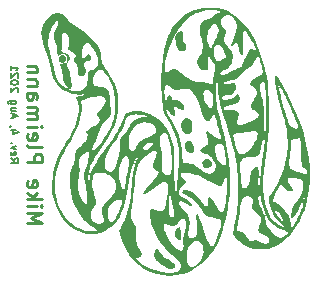
<source format=gbr>
%TF.GenerationSoftware,KiCad,Pcbnew,(5.99.0-11382-g00f1b609c4)*%
%TF.CreationDate,2021-08-15T08:59:13-05:00*%
%TF.ProjectId,reptile-monitor-power,72657074-696c-4652-9d6d-6f6e69746f72,1*%
%TF.SameCoordinates,Original*%
%TF.FileFunction,Legend,Bot*%
%TF.FilePolarity,Positive*%
%FSLAX46Y46*%
G04 Gerber Fmt 4.6, Leading zero omitted, Abs format (unit mm)*
G04 Created by KiCad (PCBNEW (5.99.0-11382-g00f1b609c4)) date 2021-08-15 08:59:13*
%MOMM*%
%LPD*%
G01*
G04 APERTURE LIST*
%ADD10C,0.127000*%
%ADD11C,0.254000*%
%ADD12R,1.575000X1.575000*%
%ADD13C,1.575000*%
%ADD14C,2.200000*%
%ADD15R,1.000000X1.000000*%
%ADD16C,2.167346*%
%ADD17C,1.000000*%
%ADD18R,1.700000X1.700000*%
%ADD19O,1.700000X1.700000*%
%ADD20R,2.000000X2.300000*%
%ADD21C,2.300000*%
%ADD22C,1.600000*%
%ADD23C,1.875000*%
G04 APERTURE END LIST*
D10*
X138853938Y-85492166D02*
X139156319Y-85703833D01*
X138853938Y-85855023D02*
X139488938Y-85855023D01*
X139488938Y-85613119D01*
X139458700Y-85552642D01*
X139428461Y-85522404D01*
X139367985Y-85492166D01*
X139277271Y-85492166D01*
X139216795Y-85522404D01*
X139186557Y-85552642D01*
X139156319Y-85613119D01*
X139156319Y-85855023D01*
X138884176Y-84978119D02*
X138853938Y-85038595D01*
X138853938Y-85159547D01*
X138884176Y-85220023D01*
X138944652Y-85250261D01*
X139186557Y-85250261D01*
X139247033Y-85220023D01*
X139277271Y-85159547D01*
X139277271Y-85038595D01*
X139247033Y-84978119D01*
X139186557Y-84947880D01*
X139126080Y-84947880D01*
X139065604Y-85250261D01*
X139277271Y-84736214D02*
X138853938Y-84585023D01*
X139277271Y-84433833D01*
X138914414Y-84191928D02*
X138884176Y-84161690D01*
X138853938Y-84191928D01*
X138884176Y-84222166D01*
X138914414Y-84191928D01*
X138853938Y-84191928D01*
X139277271Y-83133595D02*
X138853938Y-83133595D01*
X139519176Y-83284785D02*
X139065604Y-83435976D01*
X139065604Y-83042880D01*
X138884176Y-82770738D02*
X138853938Y-82770738D01*
X138793461Y-82800976D01*
X138763223Y-82831214D01*
X139035366Y-82045023D02*
X139035366Y-81742642D01*
X138853938Y-82105500D02*
X139488938Y-81893833D01*
X138853938Y-81682166D01*
X139277271Y-81198357D02*
X138853938Y-81198357D01*
X139277271Y-81470500D02*
X138944652Y-81470500D01*
X138884176Y-81440261D01*
X138853938Y-81379785D01*
X138853938Y-81289071D01*
X138884176Y-81228595D01*
X138914414Y-81198357D01*
X139277271Y-80623833D02*
X138763223Y-80623833D01*
X138702747Y-80654071D01*
X138672509Y-80684309D01*
X138642271Y-80744785D01*
X138642271Y-80835500D01*
X138672509Y-80895976D01*
X138884176Y-80623833D02*
X138853938Y-80684309D01*
X138853938Y-80805261D01*
X138884176Y-80865738D01*
X138914414Y-80895976D01*
X138974890Y-80926214D01*
X139156319Y-80926214D01*
X139216795Y-80895976D01*
X139247033Y-80865738D01*
X139277271Y-80805261D01*
X139277271Y-80684309D01*
X139247033Y-80623833D01*
X139428461Y-79867880D02*
X139458700Y-79837642D01*
X139488938Y-79777166D01*
X139488938Y-79625976D01*
X139458700Y-79565500D01*
X139428461Y-79535261D01*
X139367985Y-79505023D01*
X139307509Y-79505023D01*
X139216795Y-79535261D01*
X138853938Y-79898119D01*
X138853938Y-79505023D01*
X139488938Y-79111928D02*
X139488938Y-79051452D01*
X139458700Y-78990976D01*
X139428461Y-78960738D01*
X139367985Y-78930500D01*
X139247033Y-78900261D01*
X139095842Y-78900261D01*
X138974890Y-78930500D01*
X138914414Y-78960738D01*
X138884176Y-78990976D01*
X138853938Y-79051452D01*
X138853938Y-79111928D01*
X138884176Y-79172404D01*
X138914414Y-79202642D01*
X138974890Y-79232880D01*
X139095842Y-79263119D01*
X139247033Y-79263119D01*
X139367985Y-79232880D01*
X139428461Y-79202642D01*
X139458700Y-79172404D01*
X139488938Y-79111928D01*
X139428461Y-78658357D02*
X139458700Y-78628119D01*
X139488938Y-78567642D01*
X139488938Y-78416452D01*
X139458700Y-78355976D01*
X139428461Y-78325738D01*
X139367985Y-78295500D01*
X139307509Y-78295500D01*
X139216795Y-78325738D01*
X138853938Y-78688595D01*
X138853938Y-78295500D01*
X138853938Y-77690738D02*
X138853938Y-78053595D01*
X138853938Y-77872166D02*
X139488938Y-77872166D01*
X139398223Y-77932642D01*
X139337747Y-77993119D01*
X139307509Y-78053595D01*
D11*
X140217676Y-90980380D02*
X141487676Y-90980380D01*
X140580533Y-90557047D01*
X141487676Y-90133714D01*
X140217676Y-90133714D01*
X140217676Y-89528952D02*
X141064342Y-89528952D01*
X141487676Y-89528952D02*
X141427200Y-89589428D01*
X141366723Y-89528952D01*
X141427200Y-89468476D01*
X141487676Y-89528952D01*
X141366723Y-89528952D01*
X140217676Y-88924190D02*
X141487676Y-88924190D01*
X140701485Y-88803238D02*
X140217676Y-88440380D01*
X141064342Y-88440380D02*
X140580533Y-88924190D01*
X140278152Y-87412285D02*
X140217676Y-87533238D01*
X140217676Y-87775142D01*
X140278152Y-87896095D01*
X140399104Y-87956571D01*
X140882914Y-87956571D01*
X141003866Y-87896095D01*
X141064342Y-87775142D01*
X141064342Y-87533238D01*
X141003866Y-87412285D01*
X140882914Y-87351809D01*
X140761961Y-87351809D01*
X140641009Y-87956571D01*
X140217676Y-85839904D02*
X141487676Y-85839904D01*
X141487676Y-85356095D01*
X141427200Y-85235142D01*
X141366723Y-85174666D01*
X141245771Y-85114190D01*
X141064342Y-85114190D01*
X140943390Y-85174666D01*
X140882914Y-85235142D01*
X140822438Y-85356095D01*
X140822438Y-85839904D01*
X140217676Y-84388476D02*
X140278152Y-84509428D01*
X140399104Y-84569904D01*
X141487676Y-84569904D01*
X140278152Y-83420857D02*
X140217676Y-83541809D01*
X140217676Y-83783714D01*
X140278152Y-83904666D01*
X140399104Y-83965142D01*
X140882914Y-83965142D01*
X141003866Y-83904666D01*
X141064342Y-83783714D01*
X141064342Y-83541809D01*
X141003866Y-83420857D01*
X140882914Y-83360380D01*
X140761961Y-83360380D01*
X140641009Y-83965142D01*
X140217676Y-82816095D02*
X141064342Y-82816095D01*
X141487676Y-82816095D02*
X141427200Y-82876571D01*
X141366723Y-82816095D01*
X141427200Y-82755619D01*
X141487676Y-82816095D01*
X141366723Y-82816095D01*
X140217676Y-82211333D02*
X141064342Y-82211333D01*
X140943390Y-82211333D02*
X141003866Y-82150857D01*
X141064342Y-82029904D01*
X141064342Y-81848476D01*
X141003866Y-81727523D01*
X140882914Y-81667047D01*
X140217676Y-81667047D01*
X140882914Y-81667047D02*
X141003866Y-81606571D01*
X141064342Y-81485619D01*
X141064342Y-81304190D01*
X141003866Y-81183238D01*
X140882914Y-81122761D01*
X140217676Y-81122761D01*
X140217676Y-79973714D02*
X140882914Y-79973714D01*
X141003866Y-80034190D01*
X141064342Y-80155142D01*
X141064342Y-80397047D01*
X141003866Y-80518000D01*
X140278152Y-79973714D02*
X140217676Y-80094666D01*
X140217676Y-80397047D01*
X140278152Y-80518000D01*
X140399104Y-80578476D01*
X140520057Y-80578476D01*
X140641009Y-80518000D01*
X140701485Y-80397047D01*
X140701485Y-80094666D01*
X140761961Y-79973714D01*
X141064342Y-79368952D02*
X140217676Y-79368952D01*
X140943390Y-79368952D02*
X141003866Y-79308476D01*
X141064342Y-79187523D01*
X141064342Y-79006095D01*
X141003866Y-78885142D01*
X140882914Y-78824666D01*
X140217676Y-78824666D01*
X141064342Y-78219904D02*
X140217676Y-78219904D01*
X140943390Y-78219904D02*
X141003866Y-78159428D01*
X141064342Y-78038476D01*
X141064342Y-77857047D01*
X141003866Y-77736095D01*
X140882914Y-77675619D01*
X140217676Y-77675619D01*
%TO.C,REF\u002A\u002A*%
G36*
X143226092Y-76750368D02*
G01*
X143373580Y-76786814D01*
X143478594Y-76877628D01*
X143536014Y-77001869D01*
X143540720Y-77138594D01*
X143487591Y-77266863D01*
X143371506Y-77365733D01*
X143303557Y-77399524D01*
X143226329Y-77422007D01*
X143153214Y-77404183D01*
X143046450Y-77343464D01*
X142967654Y-77287361D01*
X142919952Y-77211124D01*
X142908867Y-77091272D01*
X142911245Y-77043589D01*
X142961411Y-76888717D01*
X143068359Y-76786942D01*
X143221038Y-76750334D01*
X143226092Y-76750368D01*
G37*
G36*
X144559867Y-84518500D02*
G01*
X144538700Y-84539667D01*
X144517534Y-84518500D01*
X144538700Y-84497334D01*
X144559867Y-84518500D01*
G37*
G36*
X147015200Y-83417834D02*
G01*
X146994034Y-83439000D01*
X146972867Y-83417834D01*
X146994034Y-83396667D01*
X147015200Y-83417834D01*
G37*
G36*
X146591867Y-81131834D02*
G01*
X146570700Y-81153000D01*
X146549534Y-81131834D01*
X146570700Y-81110667D01*
X146591867Y-81131834D01*
G37*
G36*
X154037895Y-84015002D02*
G01*
X154122004Y-84069606D01*
X154216652Y-84194541D01*
X154294809Y-84361880D01*
X154350172Y-84549192D01*
X154376442Y-84734047D01*
X154367316Y-84894016D01*
X154316492Y-85006669D01*
X154250027Y-85058793D01*
X154122059Y-85083562D01*
X153979685Y-85039034D01*
X153835338Y-84930156D01*
X153701454Y-84761877D01*
X153697338Y-84755339D01*
X153599259Y-84540542D01*
X153583731Y-84340640D01*
X153650524Y-84152873D01*
X153733655Y-84055510D01*
X153873003Y-83996030D01*
X154037895Y-84015002D01*
G37*
G36*
X160232683Y-87363522D02*
G01*
X160229307Y-88075782D01*
X160273072Y-88718748D01*
X160364068Y-89292783D01*
X160502384Y-89798250D01*
X160688109Y-90235512D01*
X160921334Y-90604931D01*
X161202148Y-90906869D01*
X161530640Y-91141690D01*
X161906900Y-91309755D01*
X162036373Y-91352219D01*
X162143795Y-91385085D01*
X162195189Y-91397667D01*
X162196562Y-91397118D01*
X162168307Y-91369741D01*
X162086751Y-91309279D01*
X161967141Y-91227135D01*
X161868319Y-91153763D01*
X161765767Y-91077621D01*
X161440294Y-90761460D01*
X161167119Y-90395130D01*
X160954300Y-89992401D01*
X160937193Y-89942012D01*
X161202706Y-89942012D01*
X161248797Y-90058346D01*
X161347685Y-90235991D01*
X161374432Y-90279537D01*
X161486336Y-90442917D01*
X161600601Y-90585198D01*
X161708302Y-90698654D01*
X161800516Y-90775561D01*
X161868319Y-90808196D01*
X161902789Y-90788834D01*
X161895000Y-90709750D01*
X161853199Y-90587275D01*
X161742439Y-90359082D01*
X161604756Y-90157477D01*
X161458160Y-90011255D01*
X161384304Y-89958081D01*
X161289230Y-89897323D01*
X161235910Y-89873667D01*
X161208207Y-89883088D01*
X161202706Y-89942012D01*
X160937193Y-89942012D01*
X160809891Y-89567045D01*
X160741950Y-89132834D01*
X160731959Y-88972343D01*
X161072843Y-88972343D01*
X161087150Y-89083056D01*
X161143950Y-89162402D01*
X161150068Y-89167533D01*
X161228492Y-89226601D01*
X161350768Y-89312890D01*
X161493200Y-89409625D01*
X161775573Y-89619842D01*
X162078773Y-89920077D01*
X162306496Y-90251559D01*
X162462415Y-90619917D01*
X162550203Y-91030786D01*
X162550559Y-91033588D01*
X162572265Y-91181431D01*
X162594052Y-91293059D01*
X162611255Y-91344499D01*
X162612177Y-91345387D01*
X162664180Y-91342471D01*
X162741758Y-91271386D01*
X162839198Y-91142327D01*
X162950788Y-90965485D01*
X163070814Y-90751055D01*
X163193563Y-90509229D01*
X163313323Y-90250202D01*
X163424379Y-89984165D01*
X163521019Y-89721313D01*
X163548040Y-89638824D01*
X163623573Y-89380341D01*
X163696935Y-89092902D01*
X163764384Y-88794834D01*
X163822182Y-88504466D01*
X163866588Y-88240124D01*
X163893863Y-88020138D01*
X163900265Y-87862834D01*
X163896085Y-87790745D01*
X163889120Y-87777531D01*
X163888273Y-87781581D01*
X163875706Y-87841667D01*
X163845129Y-88010244D01*
X163783268Y-88333683D01*
X163728208Y-88590499D01*
X163676723Y-88792638D01*
X163625587Y-88952044D01*
X163571574Y-89080664D01*
X163511459Y-89190442D01*
X163503217Y-89204017D01*
X163412815Y-89370178D01*
X163316408Y-89571637D01*
X163233520Y-89767834D01*
X163233155Y-89768776D01*
X163130340Y-90000502D01*
X163013744Y-90207967D01*
X162893368Y-90377110D01*
X162779215Y-90493870D01*
X162681285Y-90544188D01*
X162638152Y-90548577D01*
X162606699Y-90536548D01*
X162593466Y-90489975D01*
X162594504Y-90392231D01*
X162605862Y-90226688D01*
X162629641Y-90030453D01*
X162671699Y-89812363D01*
X162721911Y-89630185D01*
X162746709Y-89561883D01*
X162815662Y-89416372D01*
X162908388Y-89295392D01*
X163049071Y-89164518D01*
X163153819Y-89063484D01*
X163345791Y-88797979D01*
X163488612Y-88476087D01*
X163577892Y-88109216D01*
X163609241Y-87708774D01*
X163609236Y-87693500D01*
X163906200Y-87693500D01*
X163927367Y-87714667D01*
X163948534Y-87693500D01*
X163927367Y-87672334D01*
X163906200Y-87693500D01*
X163609236Y-87693500D01*
X163609232Y-87681401D01*
X163602123Y-87514084D01*
X163573661Y-87394463D01*
X163511244Y-87311575D01*
X163402268Y-87254451D01*
X163234132Y-87212128D01*
X162994232Y-87173638D01*
X162839971Y-87153905D01*
X162652567Y-87136578D01*
X162502938Y-87130277D01*
X162413950Y-87136469D01*
X162340349Y-87164831D01*
X162305353Y-87220715D01*
X162297534Y-87331670D01*
X162302570Y-87405288D01*
X162331959Y-87502447D01*
X162397704Y-87614217D01*
X162511181Y-87763602D01*
X162579689Y-87851299D01*
X162665433Y-87977514D01*
X162706370Y-88073361D01*
X162712264Y-88157990D01*
X162698315Y-88233357D01*
X162653279Y-88281068D01*
X162551534Y-88300422D01*
X162511855Y-88302620D01*
X162322501Y-88264543D01*
X162144832Y-88144187D01*
X161977291Y-87940576D01*
X161899176Y-87833653D01*
X161820551Y-87747649D01*
X161767753Y-87714667D01*
X161709658Y-87732068D01*
X161635893Y-87797253D01*
X161547435Y-87918113D01*
X161438759Y-88102316D01*
X161304337Y-88357531D01*
X161303315Y-88359541D01*
X161179083Y-88619832D01*
X161102873Y-88821017D01*
X161072843Y-88972343D01*
X160731959Y-88972343D01*
X160720867Y-88794167D01*
X160960604Y-88413167D01*
X161120625Y-88150392D01*
X161440469Y-87567125D01*
X161715687Y-86981418D01*
X161938415Y-86410797D01*
X162077189Y-85950974D01*
X162384059Y-85950974D01*
X162403043Y-86041755D01*
X162448009Y-86171408D01*
X162503579Y-86298707D01*
X162554435Y-86384662D01*
X162589909Y-86420312D01*
X162732696Y-86511815D01*
X162931428Y-86593560D01*
X163165367Y-86656325D01*
X163267831Y-86679689D01*
X163466875Y-86733952D01*
X163641070Y-86791061D01*
X163793075Y-86839756D01*
X163888273Y-86845128D01*
X163935530Y-86801994D01*
X163947956Y-86706752D01*
X163947933Y-86703187D01*
X163928749Y-86528755D01*
X163867977Y-86414067D01*
X163755950Y-86340692D01*
X163703204Y-86317490D01*
X163628403Y-86275008D01*
X163570566Y-86219991D01*
X163527150Y-86142134D01*
X163495614Y-86031135D01*
X163473414Y-85876689D01*
X163458010Y-85668492D01*
X163446858Y-85396240D01*
X163437416Y-85049630D01*
X163431835Y-84839181D01*
X163420614Y-84524104D01*
X163406603Y-84279415D01*
X163388409Y-84095960D01*
X163364640Y-83964586D01*
X163333903Y-83876138D01*
X163294804Y-83821464D01*
X163245950Y-83791409D01*
X163244892Y-83791016D01*
X163161654Y-83793483D01*
X163058867Y-83834827D01*
X163042228Y-83843807D01*
X162989635Y-83861253D01*
X162911816Y-83887066D01*
X162767252Y-83904667D01*
X162745523Y-83904891D01*
X162632742Y-83922811D01*
X162585795Y-83979784D01*
X162590800Y-84090423D01*
X162592565Y-84111646D01*
X162590133Y-84214687D01*
X162579621Y-84376334D01*
X162562794Y-84578612D01*
X162541413Y-84803543D01*
X162517244Y-85033148D01*
X162492049Y-85249450D01*
X162467592Y-85434471D01*
X162445636Y-85570233D01*
X162438335Y-85608786D01*
X162410109Y-85766296D01*
X162390737Y-85888277D01*
X162384059Y-85950974D01*
X162077189Y-85950974D01*
X162100785Y-85872789D01*
X162168118Y-85589269D01*
X162227090Y-85287833D01*
X162265904Y-85000026D01*
X162286927Y-84701444D01*
X162292529Y-84367682D01*
X162285079Y-83974335D01*
X162276163Y-83729439D01*
X162261618Y-83472722D01*
X162240108Y-83237828D01*
X162208859Y-83010146D01*
X162165098Y-82775066D01*
X162106053Y-82517975D01*
X162028949Y-82224264D01*
X161931014Y-81879322D01*
X161809475Y-81468538D01*
X161672872Y-81004049D01*
X161511330Y-80426446D01*
X161381763Y-79924807D01*
X161284229Y-79499455D01*
X161218785Y-79150714D01*
X161217881Y-79143331D01*
X161455242Y-79143331D01*
X161455670Y-79150733D01*
X161460075Y-79194802D01*
X161469896Y-79253423D01*
X161487753Y-79337835D01*
X161516270Y-79459277D01*
X161558068Y-79628988D01*
X161615769Y-79858205D01*
X161691995Y-80158167D01*
X161759570Y-80415484D01*
X161845054Y-80727015D01*
X161932864Y-81035444D01*
X162011916Y-81301167D01*
X162081008Y-81529500D01*
X162161236Y-81801065D01*
X162236048Y-82060289D01*
X162295460Y-82272957D01*
X162410032Y-82694413D01*
X162639533Y-82853969D01*
X162662113Y-82869431D01*
X162847896Y-82974283D01*
X162989635Y-83009987D01*
X163085325Y-82977138D01*
X163132963Y-82876330D01*
X163130542Y-82708160D01*
X163124616Y-82674845D01*
X163085697Y-82533007D01*
X163018894Y-82339122D01*
X162928502Y-82102499D01*
X162818815Y-81832448D01*
X162694127Y-81538280D01*
X162558732Y-81229303D01*
X162416925Y-80914828D01*
X162273000Y-80604164D01*
X162131250Y-80306621D01*
X161995971Y-80031510D01*
X161871456Y-79788139D01*
X161762000Y-79585820D01*
X161671897Y-79433860D01*
X161605441Y-79341571D01*
X161566926Y-79318262D01*
X161547688Y-79326197D01*
X161552612Y-79296949D01*
X161555723Y-79239852D01*
X161516820Y-79153989D01*
X161479109Y-79102378D01*
X161456510Y-79089691D01*
X161455242Y-79143331D01*
X161217881Y-79143331D01*
X161185491Y-78878908D01*
X161184405Y-78684360D01*
X161215585Y-78567394D01*
X161279090Y-78528334D01*
X161283418Y-78528432D01*
X161356458Y-78555365D01*
X161444391Y-78633147D01*
X161550205Y-78766311D01*
X161676889Y-78959389D01*
X161827431Y-79216916D01*
X162004820Y-79543422D01*
X162212043Y-79943442D01*
X162528542Y-80583461D01*
X162927612Y-81459089D01*
X163266469Y-82296960D01*
X163548063Y-83106623D01*
X163775342Y-83897626D01*
X163951254Y-84679519D01*
X164078750Y-85461850D01*
X164160776Y-86254167D01*
X164175440Y-86489420D01*
X164179562Y-87329252D01*
X164110420Y-88166234D01*
X163969834Y-88984412D01*
X163927367Y-89142683D01*
X163759627Y-89767834D01*
X163726858Y-89864383D01*
X163609396Y-90160861D01*
X163461502Y-90482593D01*
X163292874Y-90812040D01*
X163113211Y-91131661D01*
X162932209Y-91423915D01*
X162759568Y-91671263D01*
X162612177Y-91847562D01*
X162604986Y-91856163D01*
X162580311Y-91893520D01*
X162578852Y-91957954D01*
X162587004Y-91975759D01*
X162564954Y-91977461D01*
X162532015Y-91982483D01*
X162454272Y-92033961D01*
X162357330Y-92123169D01*
X162088344Y-92371419D01*
X161716866Y-92646916D01*
X161712212Y-92650368D01*
X161306306Y-92890080D01*
X160900534Y-93071094D01*
X160639699Y-93144627D01*
X160350100Y-93190085D01*
X160307730Y-93196736D01*
X159958773Y-93217044D01*
X159623906Y-93203875D01*
X159334200Y-93155554D01*
X158966474Y-93028763D01*
X158558608Y-92811530D01*
X158181531Y-92527062D01*
X157849428Y-92184635D01*
X157789593Y-92113064D01*
X157724549Y-92031093D01*
X157682703Y-91959108D01*
X157663060Y-91881629D01*
X157664627Y-91783175D01*
X157686409Y-91648267D01*
X157710428Y-91538820D01*
X157994497Y-91538820D01*
X158042759Y-91623149D01*
X158159875Y-91669477D01*
X158254512Y-91689392D01*
X158380924Y-91715779D01*
X158451178Y-91743370D01*
X158559820Y-91811600D01*
X158667931Y-91898422D01*
X158751100Y-91983784D01*
X158784917Y-92047636D01*
X158787140Y-92063133D01*
X158829680Y-92152596D01*
X158910849Y-92267425D01*
X159010386Y-92383473D01*
X159108030Y-92476598D01*
X159183521Y-92522652D01*
X159256082Y-92527866D01*
X159383653Y-92481179D01*
X159455734Y-92438654D01*
X159534984Y-92420505D01*
X159631121Y-92436289D01*
X159762639Y-92489342D01*
X159948034Y-92583000D01*
X160169809Y-92688724D01*
X160350100Y-92744741D01*
X160487024Y-92744502D01*
X160590877Y-92687887D01*
X160671951Y-92574781D01*
X160710464Y-92474567D01*
X160710899Y-92316209D01*
X160632056Y-92176222D01*
X160476801Y-92058712D01*
X160248003Y-91967783D01*
X160151391Y-91936128D01*
X159959890Y-91839789D01*
X159840820Y-91721711D01*
X159799867Y-91586728D01*
X159811669Y-91505509D01*
X159849099Y-91367797D01*
X159903258Y-91214387D01*
X159953943Y-91081960D01*
X160016882Y-90880463D01*
X160037557Y-90715779D01*
X160011269Y-90569877D01*
X159933320Y-90424728D01*
X159799013Y-90262302D01*
X159603650Y-90064569D01*
X159541474Y-90003827D01*
X159408474Y-89869926D01*
X159323264Y-89773038D01*
X159275386Y-89698053D01*
X159254382Y-89629864D01*
X159249795Y-89553362D01*
X159250066Y-89538111D01*
X159270470Y-89391659D01*
X159313295Y-89265578D01*
X159370035Y-89097628D01*
X159356716Y-88965234D01*
X159805079Y-88965234D01*
X159830198Y-89117023D01*
X159889225Y-89303681D01*
X159984926Y-89538053D01*
X160120065Y-89832981D01*
X160237259Y-90096360D01*
X160345942Y-90395206D01*
X160410564Y-90660159D01*
X160429050Y-90756048D01*
X160489171Y-90978769D01*
X160576842Y-91190220D01*
X160702954Y-91413993D01*
X160878397Y-91673685D01*
X161087005Y-91928358D01*
X161297149Y-92105168D01*
X161506433Y-92198413D01*
X161716866Y-92208580D01*
X161930456Y-92136156D01*
X162149212Y-91981626D01*
X162234075Y-91903312D01*
X162310437Y-91823633D01*
X162339867Y-91779443D01*
X162322383Y-91762621D01*
X162241029Y-91718557D01*
X162108435Y-91658593D01*
X161941393Y-91590685D01*
X161873782Y-91563964D01*
X161480073Y-91381050D01*
X161154731Y-91173134D01*
X160884292Y-90928355D01*
X160655290Y-90634854D01*
X160454261Y-90280770D01*
X160362086Y-90072916D01*
X160268592Y-89822326D01*
X160184474Y-89559601D01*
X160116281Y-89306983D01*
X160070562Y-89086712D01*
X160053867Y-88921031D01*
X160047083Y-88789142D01*
X160027195Y-88655463D01*
X159999341Y-88557216D01*
X159968732Y-88519000D01*
X159962312Y-88521068D01*
X159920116Y-88569798D01*
X159868191Y-88662982D01*
X159845507Y-88714896D01*
X159811103Y-88835473D01*
X159805079Y-88965234D01*
X159356716Y-88965234D01*
X159354919Y-88947372D01*
X159268303Y-88831503D01*
X159115641Y-88757112D01*
X158902386Y-88731291D01*
X158847484Y-88732464D01*
X158680822Y-88755050D01*
X158630149Y-88778302D01*
X158552893Y-88813753D01*
X158456936Y-88918252D01*
X158386188Y-89078230D01*
X158333887Y-89303368D01*
X158293270Y-89603347D01*
X158266919Y-89822472D01*
X158224659Y-90129170D01*
X158176772Y-90442398D01*
X158129394Y-90720334D01*
X158121311Y-90764498D01*
X158081173Y-90983551D01*
X158045315Y-91178856D01*
X158017384Y-91330565D01*
X158001027Y-91418834D01*
X157994497Y-91538820D01*
X157710428Y-91538820D01*
X157727413Y-91461424D01*
X157786642Y-91207167D01*
X157828982Y-91017371D01*
X157991631Y-90084293D01*
X158089441Y-89116221D01*
X158122295Y-88129374D01*
X158090074Y-87139968D01*
X158001516Y-86252897D01*
X158248685Y-86252897D01*
X158274547Y-86508167D01*
X158289754Y-86628089D01*
X158307570Y-86811671D01*
X158325204Y-87030114D01*
X158340431Y-87258063D01*
X158343225Y-87303933D01*
X158361871Y-87545351D01*
X158384321Y-87719378D01*
X158413033Y-87840902D01*
X158450465Y-87924813D01*
X158514283Y-88002390D01*
X158630149Y-88055741D01*
X158757122Y-88030773D01*
X158882299Y-87927409D01*
X158887711Y-87920920D01*
X158970946Y-87798362D01*
X159030100Y-87652678D01*
X159071413Y-87463412D01*
X159101126Y-87210106D01*
X159118369Y-87062909D01*
X159188915Y-86750506D01*
X159298341Y-86500298D01*
X159443593Y-86320221D01*
X159535868Y-86243552D01*
X159616101Y-86199859D01*
X159680186Y-86209867D01*
X159751879Y-86269679D01*
X159807269Y-86351419D01*
X159854096Y-86532348D01*
X159859114Y-86782973D01*
X159822114Y-87100834D01*
X159806128Y-87201691D01*
X159773265Y-87459061D01*
X159760242Y-87660302D01*
X159767368Y-87796764D01*
X159794954Y-87859797D01*
X159820264Y-87855790D01*
X159864219Y-87791982D01*
X159908444Y-87675330D01*
X159944756Y-87524167D01*
X159951397Y-87479431D01*
X159966870Y-87350602D01*
X159986804Y-87165906D01*
X160009342Y-86942782D01*
X160032629Y-86698667D01*
X160038175Y-86640166D01*
X160071881Y-86318673D01*
X160113581Y-85961345D01*
X160158502Y-85607701D01*
X160201872Y-85297259D01*
X160207736Y-85257697D01*
X160268402Y-84826633D01*
X160311465Y-84474432D01*
X160336868Y-84201872D01*
X160344554Y-84009733D01*
X160334466Y-83898793D01*
X160306547Y-83869829D01*
X160282131Y-83879640D01*
X160197560Y-83950538D01*
X160132610Y-84078445D01*
X160083789Y-84272417D01*
X160047608Y-84541506D01*
X160024811Y-84740687D01*
X159982606Y-84966449D01*
X159918411Y-85128220D01*
X159819741Y-85238239D01*
X159674111Y-85308743D01*
X159469034Y-85351971D01*
X159192026Y-85380162D01*
X159092040Y-85389004D01*
X158820643Y-85428746D01*
X158614712Y-85489695D01*
X158460563Y-85576944D01*
X158430915Y-85607253D01*
X158344509Y-85695587D01*
X158286298Y-85825290D01*
X158253180Y-86018561D01*
X158248685Y-86252897D01*
X158001516Y-86252897D01*
X157992663Y-86164222D01*
X157829944Y-85218354D01*
X157801644Y-85086905D01*
X157741382Y-84824187D01*
X157674261Y-84555950D01*
X157596750Y-84269800D01*
X157505319Y-83953342D01*
X157405509Y-83624101D01*
X157686252Y-83624101D01*
X157687588Y-83644340D01*
X157708256Y-83763747D01*
X157749227Y-83935371D01*
X157804709Y-84140009D01*
X157868911Y-84358457D01*
X157936040Y-84571510D01*
X158000305Y-84759965D01*
X158055914Y-84904616D01*
X158097075Y-84986259D01*
X158127641Y-85024888D01*
X158268207Y-85136071D01*
X158430915Y-85167174D01*
X158616573Y-85118024D01*
X158825986Y-84988446D01*
X159059962Y-84778267D01*
X159249098Y-84561828D01*
X159418065Y-84321556D01*
X159558861Y-84073250D01*
X159665411Y-83830751D01*
X159731643Y-83607901D01*
X159751485Y-83418541D01*
X159718863Y-83276511D01*
X159695386Y-83240384D01*
X159597704Y-83172955D01*
X159450162Y-83160994D01*
X159244663Y-83203251D01*
X159225800Y-83208403D01*
X159083834Y-83238054D01*
X158885632Y-83269912D01*
X158654839Y-83300472D01*
X158415101Y-83326230D01*
X158377032Y-83329886D01*
X158341723Y-83333864D01*
X158145014Y-83356029D01*
X157953132Y-83384263D01*
X157816173Y-83412124D01*
X157748928Y-83437152D01*
X157703945Y-83512970D01*
X157686252Y-83624101D01*
X157405509Y-83624101D01*
X157396439Y-83594181D01*
X157266578Y-83179921D01*
X157112208Y-82698167D01*
X156964118Y-82234340D01*
X156837749Y-81825559D01*
X156733901Y-81472430D01*
X156649273Y-81162865D01*
X156580564Y-80884774D01*
X156524472Y-80626070D01*
X156477696Y-80374664D01*
X156468862Y-80319340D01*
X156715660Y-80319340D01*
X156729557Y-80412243D01*
X156816696Y-80501597D01*
X156854655Y-80523255D01*
X156970297Y-80553545D01*
X157131920Y-80547171D01*
X157149613Y-80544977D01*
X157307508Y-80513949D01*
X157461115Y-80457586D01*
X157633117Y-80365764D01*
X157846195Y-80228360D01*
X158072690Y-80074747D01*
X158157354Y-80179303D01*
X158178577Y-80207625D01*
X158222238Y-80313367D01*
X158219622Y-80453846D01*
X158219393Y-80455560D01*
X158156632Y-80627515D01*
X158017023Y-80778143D01*
X157799085Y-80908334D01*
X157501333Y-81018974D01*
X157122284Y-81110954D01*
X156994589Y-81138641D01*
X156917066Y-81168371D01*
X156885109Y-81210942D01*
X156878867Y-81280149D01*
X156882689Y-81335839D01*
X156905758Y-81387707D01*
X156961300Y-81420321D01*
X157062328Y-81437273D01*
X157221855Y-81442154D01*
X157452895Y-81438554D01*
X157513193Y-81437490D01*
X157773244Y-81447610D01*
X157959272Y-81488339D01*
X158077506Y-81566007D01*
X158134174Y-81686948D01*
X158135503Y-81857492D01*
X158087722Y-82083973D01*
X158056387Y-82199002D01*
X158015188Y-82358305D01*
X157994645Y-82461949D01*
X157993303Y-82526723D01*
X158009706Y-82569416D01*
X158042400Y-82606819D01*
X158042766Y-82607184D01*
X158161237Y-82665821D01*
X158341723Y-82669352D01*
X158582318Y-82618182D01*
X158881117Y-82512717D01*
X159236212Y-82353360D01*
X159447832Y-82240776D01*
X159658214Y-82101603D01*
X159806454Y-81967812D01*
X159886141Y-81845407D01*
X159890866Y-81740388D01*
X159888072Y-81733457D01*
X159806724Y-81637398D01*
X159646302Y-81535795D01*
X159411577Y-81431720D01*
X159373820Y-81415662D01*
X159231112Y-81316852D01*
X159151832Y-81190142D01*
X159146579Y-81050771D01*
X159182977Y-80960370D01*
X159252493Y-80828257D01*
X159339836Y-80683749D01*
X159347804Y-80671316D01*
X159423055Y-80541191D01*
X159469247Y-80437513D01*
X159476652Y-80381753D01*
X159468196Y-80362855D01*
X159492506Y-80363018D01*
X159529018Y-80350022D01*
X159576938Y-80278101D01*
X159623547Y-80169087D01*
X159658814Y-80046800D01*
X159672709Y-79935060D01*
X159671589Y-79909352D01*
X159620379Y-79743201D01*
X159501082Y-79572968D01*
X159407635Y-79489425D01*
X159907304Y-79489425D01*
X159913141Y-79671334D01*
X159920126Y-79702829D01*
X159951034Y-79818313D01*
X159997727Y-79978305D01*
X160053122Y-80158167D01*
X160056533Y-80168973D01*
X160122128Y-80385708D01*
X160173004Y-80579796D01*
X160210763Y-80766557D01*
X160237003Y-80961312D01*
X160253328Y-81179380D01*
X160261337Y-81436082D01*
X160262630Y-81746738D01*
X160258810Y-82126667D01*
X160255739Y-82418156D01*
X160255948Y-82754635D01*
X160261729Y-83016721D01*
X160273484Y-83210307D01*
X160291617Y-83341288D01*
X160316531Y-83415554D01*
X160348629Y-83439000D01*
X160358454Y-83436967D01*
X160378764Y-83413793D01*
X160395812Y-83358714D01*
X160410160Y-83264193D01*
X160422373Y-83122693D01*
X160433017Y-82926678D01*
X160442655Y-82668610D01*
X160451852Y-82340952D01*
X160461172Y-81936167D01*
X160466270Y-81633815D01*
X160468574Y-81152689D01*
X160463725Y-80697377D01*
X160452128Y-80277667D01*
X160434185Y-79903344D01*
X160410300Y-79584196D01*
X160380876Y-79330010D01*
X160346318Y-79150570D01*
X160325516Y-79086667D01*
X160258957Y-78985061D01*
X160176453Y-78963844D01*
X160084902Y-79022800D01*
X159991205Y-79161713D01*
X159942151Y-79291272D01*
X159907304Y-79489425D01*
X159407635Y-79489425D01*
X159325018Y-79415564D01*
X159243673Y-79354536D01*
X159141286Y-79262352D01*
X159089627Y-79179316D01*
X159092816Y-79097502D01*
X159154974Y-79008981D01*
X159280220Y-78905825D01*
X159472676Y-78780108D01*
X159736460Y-78623901D01*
X159846386Y-78559299D01*
X160004982Y-78456883D01*
X160104755Y-78369936D01*
X160156755Y-78283639D01*
X160172033Y-78183173D01*
X160161638Y-78053718D01*
X160159873Y-78040958D01*
X160132317Y-77896682D01*
X160088039Y-77715408D01*
X160032373Y-77514152D01*
X159970650Y-77309931D01*
X159908206Y-77119763D01*
X159850372Y-76960663D01*
X159802484Y-76849650D01*
X159769873Y-76803739D01*
X159768243Y-76803330D01*
X159724509Y-76834692D01*
X159661408Y-76929535D01*
X159588956Y-77072953D01*
X159526308Y-77203588D01*
X159335631Y-77519478D01*
X159119815Y-77762736D01*
X158872519Y-77941045D01*
X158623102Y-78118504D01*
X158372465Y-78377840D01*
X158359738Y-78393078D01*
X158199893Y-78572852D01*
X158059000Y-78697502D01*
X157911660Y-78781833D01*
X157732476Y-78840653D01*
X157496048Y-78888767D01*
X157457385Y-78895688D01*
X157218001Y-78948132D01*
X157035690Y-79005811D01*
X156919597Y-79065256D01*
X156878867Y-79122995D01*
X156908865Y-79165581D01*
X156988319Y-79215019D01*
X157021314Y-79227968D01*
X157105430Y-79240960D01*
X157219895Y-79228742D01*
X157389428Y-79189756D01*
X157494049Y-79164758D01*
X157677506Y-79139640D01*
X157798945Y-79163597D01*
X157867835Y-79244648D01*
X157893648Y-79390814D01*
X157885854Y-79610115D01*
X157868554Y-79724062D01*
X157785002Y-79922201D01*
X157638159Y-80064589D01*
X157428912Y-80150532D01*
X157158149Y-80179334D01*
X157070663Y-80181935D01*
X156923075Y-80196859D01*
X156818123Y-80220619D01*
X156774906Y-80242295D01*
X156718952Y-80315059D01*
X156715660Y-80319340D01*
X156468862Y-80319340D01*
X156458983Y-80257475D01*
X156420350Y-79960101D01*
X156387294Y-79631579D01*
X156378636Y-79518859D01*
X156361430Y-79294851D01*
X156344375Y-78972856D01*
X156337745Y-78688536D01*
X156343155Y-78464834D01*
X156352679Y-78317044D01*
X156585383Y-78317044D01*
X156621279Y-78439310D01*
X156631990Y-78452876D01*
X156718952Y-78483063D01*
X156861072Y-78456502D01*
X157053379Y-78374679D01*
X157290903Y-78239081D01*
X157328047Y-78216315D01*
X157537418Y-78100743D01*
X157763263Y-77992267D01*
X157962759Y-77911751D01*
X158007585Y-77895842D01*
X158167227Y-77832920D01*
X158294703Y-77773368D01*
X158365726Y-77728244D01*
X158383793Y-77703793D01*
X158437968Y-77606492D01*
X158512929Y-77454423D01*
X158601281Y-77262849D01*
X158695633Y-77047037D01*
X158745457Y-76930931D01*
X158837194Y-76721784D01*
X158918344Y-76542517D01*
X158981561Y-76409212D01*
X159019500Y-76337953D01*
X159110115Y-76263272D01*
X159258735Y-76244347D01*
X159457044Y-76289562D01*
X159469861Y-76293929D01*
X159562376Y-76318866D01*
X159609398Y-76319914D01*
X159606350Y-76283164D01*
X159570745Y-76183681D01*
X159507345Y-76037171D01*
X159423241Y-75858229D01*
X159325526Y-75661454D01*
X159221290Y-75461442D01*
X159117625Y-75272789D01*
X159021623Y-75110093D01*
X158974234Y-75034384D01*
X158849353Y-74845888D01*
X158748543Y-74717622D01*
X158669469Y-74652619D01*
X158609797Y-74653912D01*
X158567195Y-74724534D01*
X158539328Y-74867518D01*
X158523862Y-75085897D01*
X158518463Y-75382705D01*
X158520798Y-75760973D01*
X158523769Y-76029294D01*
X158524715Y-76275661D01*
X158522384Y-76456145D01*
X158516232Y-76580890D01*
X158505719Y-76660039D01*
X158490302Y-76703738D01*
X158469439Y-76722131D01*
X158425354Y-76724806D01*
X158345917Y-76669225D01*
X158266711Y-76547057D01*
X158192963Y-76369507D01*
X158129900Y-76147781D01*
X158082748Y-75893084D01*
X158070782Y-75826189D01*
X158040929Y-75729856D01*
X158009202Y-75692000D01*
X157966150Y-75710820D01*
X157875592Y-75772167D01*
X157762997Y-75861334D01*
X157667163Y-75939808D01*
X157580572Y-76005450D01*
X157538022Y-76030667D01*
X157518221Y-76016652D01*
X157515873Y-75934491D01*
X157550288Y-75778235D01*
X157621623Y-75547238D01*
X157730036Y-75240850D01*
X157792248Y-75067162D01*
X157898739Y-74727806D01*
X157961157Y-74445956D01*
X157979800Y-74211591D01*
X157954966Y-74014689D01*
X157886952Y-73845230D01*
X157776058Y-73693191D01*
X157726732Y-73641488D01*
X157528705Y-73485231D01*
X157324446Y-73394413D01*
X157125864Y-73369105D01*
X156944864Y-73409373D01*
X156793353Y-73515287D01*
X156683237Y-73686915D01*
X156679661Y-73695621D01*
X156627488Y-73923612D01*
X156652700Y-74140709D01*
X156750969Y-74332221D01*
X156917965Y-74483458D01*
X156918347Y-74483699D01*
X157026976Y-74562394D01*
X157077578Y-74635018D01*
X157089604Y-74729448D01*
X157086801Y-74768805D01*
X157056867Y-74907566D01*
X157004937Y-75051040D01*
X156961768Y-75171722D01*
X156926796Y-75369402D01*
X156929035Y-75558175D01*
X156970220Y-75705367D01*
X156976370Y-75716035D01*
X157037107Y-75800424D01*
X157134388Y-75919767D01*
X157250248Y-76051834D01*
X157262727Y-76065692D01*
X157385573Y-76215415D01*
X157492312Y-76366870D01*
X157561062Y-76489260D01*
X157582187Y-76544742D01*
X157629205Y-76764803D01*
X157640967Y-77013461D01*
X157617547Y-77255492D01*
X157559018Y-77455670D01*
X157507238Y-77553109D01*
X157348971Y-77757605D01*
X157151808Y-77926339D01*
X156941329Y-78035305D01*
X156874597Y-78060195D01*
X156745880Y-78119757D01*
X156660126Y-78174902D01*
X156632620Y-78203400D01*
X156585383Y-78317044D01*
X156352679Y-78317044D01*
X156364980Y-78126167D01*
X156299487Y-78486000D01*
X156271966Y-78683422D01*
X156249729Y-78965758D01*
X156235657Y-79321456D01*
X156229450Y-79756000D01*
X156228589Y-79933564D01*
X156228442Y-80147630D01*
X156230899Y-80338203D01*
X156237518Y-80514067D01*
X156249861Y-80684008D01*
X156269486Y-80856814D01*
X156297955Y-81041269D01*
X156336826Y-81246159D01*
X156387661Y-81480271D01*
X156452018Y-81752391D01*
X156531459Y-82071305D01*
X156627543Y-82445798D01*
X156741830Y-82884657D01*
X156875880Y-83396667D01*
X156971162Y-83774750D01*
X157181162Y-84759431D01*
X157325176Y-85710742D01*
X157404043Y-86641957D01*
X157418602Y-87566347D01*
X157369690Y-88497185D01*
X157258147Y-89447743D01*
X157207329Y-89764392D01*
X157126902Y-90197257D01*
X157034329Y-90636590D01*
X156933918Y-91064271D01*
X156829976Y-91462176D01*
X156726810Y-91812182D01*
X156628727Y-92096167D01*
X156374905Y-92677648D01*
X156040705Y-93270561D01*
X155915806Y-93441721D01*
X155655868Y-93797936D01*
X155221565Y-94258380D01*
X154738971Y-94650497D01*
X154209258Y-94972893D01*
X154131095Y-95010058D01*
X153940065Y-95100889D01*
X153395951Y-95292945D01*
X153254864Y-95321624D01*
X152841683Y-95405613D01*
X152344479Y-95436881D01*
X152284403Y-95440659D01*
X151731251Y-95399846D01*
X151189367Y-95284938D01*
X150665893Y-95097701D01*
X150167969Y-94839899D01*
X149702735Y-94513296D01*
X149277333Y-94119656D01*
X148898904Y-93660745D01*
X148870913Y-93621458D01*
X148668012Y-93312097D01*
X148497066Y-92998148D01*
X148344876Y-92653034D01*
X148198238Y-92250177D01*
X148175344Y-92181936D01*
X148104726Y-91964480D01*
X148060681Y-91806918D01*
X148041620Y-91693526D01*
X148045952Y-91608584D01*
X148072088Y-91536372D01*
X148118437Y-91461167D01*
X148139845Y-91427884D01*
X148209797Y-91308011D01*
X148297163Y-91148412D01*
X148387963Y-90974334D01*
X148500648Y-90742855D01*
X148621437Y-90462850D01*
X148724441Y-90178363D01*
X148727269Y-90168684D01*
X149011807Y-90168684D01*
X149013940Y-90343353D01*
X149048834Y-90508729D01*
X149119449Y-90689621D01*
X149228741Y-90910834D01*
X149294157Y-91037593D01*
X149367643Y-91188178D01*
X149412107Y-91301806D01*
X149434000Y-91401549D01*
X149439772Y-91510479D01*
X149435875Y-91651667D01*
X149432335Y-91739658D01*
X149422191Y-92011468D01*
X149419419Y-92221618D01*
X149428114Y-92388129D01*
X149452368Y-92529022D01*
X149496276Y-92662317D01*
X149563930Y-92806037D01*
X149659425Y-92978202D01*
X149786853Y-93196834D01*
X149801144Y-93221646D01*
X149901744Y-93434350D01*
X149933225Y-93602763D01*
X149893814Y-93733467D01*
X149781737Y-93833043D01*
X149595222Y-93908071D01*
X149410990Y-93961412D01*
X149726512Y-94228133D01*
X150068438Y-94491421D01*
X150554620Y-94782190D01*
X151071151Y-94997294D01*
X151627442Y-95141252D01*
X151772329Y-95165257D01*
X152061388Y-95195691D01*
X152344479Y-95205363D01*
X152596341Y-95193852D01*
X152791714Y-95160734D01*
X152941447Y-95097848D01*
X153094334Y-94980466D01*
X153199240Y-94835981D01*
X153238200Y-94683591D01*
X153225898Y-94529176D01*
X153176995Y-94373618D01*
X153081752Y-94222987D01*
X152930601Y-94062573D01*
X152713974Y-93877668D01*
X152523795Y-93715014D01*
X153761881Y-93715014D01*
X153767881Y-93991408D01*
X153806848Y-94245792D01*
X153877443Y-94458982D01*
X153978322Y-94611791D01*
X153987237Y-94620696D01*
X154059705Y-94679990D01*
X154131095Y-94692163D01*
X154241370Y-94665352D01*
X154415877Y-94586250D01*
X154615282Y-94449782D01*
X154804312Y-94279442D01*
X154956824Y-94096035D01*
X155047175Y-93937679D01*
X155130858Y-93695733D01*
X155165937Y-93444204D01*
X155155694Y-93195989D01*
X155103410Y-92963984D01*
X155012368Y-92761086D01*
X154885848Y-92600192D01*
X154727133Y-92494198D01*
X154539503Y-92456000D01*
X154456177Y-92460431D01*
X154370212Y-92486552D01*
X154282453Y-92549021D01*
X154166809Y-92662280D01*
X154004997Y-92865295D01*
X153873840Y-93117363D01*
X153854151Y-93172943D01*
X153790191Y-93435798D01*
X153761881Y-93715014D01*
X152523795Y-93715014D01*
X152299851Y-93523482D01*
X151867414Y-93085241D01*
X151504944Y-92627213D01*
X151204386Y-92137624D01*
X150957685Y-91604700D01*
X150843565Y-91270667D01*
X151810657Y-91270667D01*
X151813916Y-91365227D01*
X151859656Y-91586186D01*
X151950368Y-91843044D01*
X152077688Y-92118599D01*
X152233256Y-92395651D01*
X152408708Y-92657000D01*
X152595683Y-92885444D01*
X152765027Y-93047824D01*
X152942187Y-93180301D01*
X153110532Y-93272968D01*
X153254864Y-93317471D01*
X153359983Y-93305459D01*
X153404081Y-93270586D01*
X153463418Y-93144596D01*
X153480109Y-92946266D01*
X153454066Y-92676191D01*
X153440556Y-92573585D01*
X153434181Y-92302457D01*
X153478115Y-92034330D01*
X153576534Y-91737178D01*
X153609996Y-91640302D01*
X153660112Y-91395990D01*
X153669773Y-91149335D01*
X153640780Y-90920388D01*
X153574935Y-90729201D01*
X153474037Y-90595826D01*
X153414298Y-90573233D01*
X153314536Y-90601063D01*
X153209757Y-90686379D01*
X153117731Y-90818093D01*
X153102257Y-90845421D01*
X153016079Y-90969814D01*
X152914350Y-91089628D01*
X152800292Y-91180980D01*
X152657113Y-91226082D01*
X152539700Y-91216990D01*
X152481944Y-91212518D01*
X152259111Y-91141530D01*
X152169955Y-91110362D01*
X152030434Y-91075611D01*
X151929461Y-91067446D01*
X151908257Y-91070328D01*
X151849731Y-91092954D01*
X151821930Y-91151637D01*
X151810657Y-91270667D01*
X150843565Y-91270667D01*
X150756788Y-91016667D01*
X150722757Y-90879763D01*
X150687944Y-90702109D01*
X150656022Y-90506065D01*
X150629073Y-90308572D01*
X150609177Y-90126573D01*
X150598416Y-89977007D01*
X150598870Y-89876817D01*
X150612620Y-89842944D01*
X150644807Y-89839674D01*
X150725314Y-89817173D01*
X150769307Y-89810799D01*
X150906165Y-89830998D01*
X151100771Y-89893453D01*
X151103516Y-89894485D01*
X151327842Y-89967774D01*
X151499589Y-89995270D01*
X151636803Y-89977575D01*
X151757534Y-89915288D01*
X151805879Y-89876294D01*
X151857898Y-89815026D01*
X151902032Y-89730099D01*
X151912258Y-89699320D01*
X152237807Y-89699320D01*
X152242488Y-89928985D01*
X152256224Y-90109467D01*
X152279483Y-90223318D01*
X152292775Y-90257604D01*
X152366006Y-90405784D01*
X152444347Y-90485122D01*
X152539700Y-90508667D01*
X152576167Y-90507376D01*
X152651879Y-90486936D01*
X152693117Y-90432605D01*
X152701719Y-90332803D01*
X152679524Y-90175952D01*
X152628373Y-89950473D01*
X152556058Y-89606691D01*
X152491519Y-89180969D01*
X152449116Y-88751491D01*
X152433867Y-88359293D01*
X152433867Y-88358574D01*
X152430565Y-88222311D01*
X152421962Y-88131408D01*
X152409913Y-88105510D01*
X152406441Y-88111138D01*
X152385594Y-88178990D01*
X152357344Y-88303141D01*
X152326773Y-88461816D01*
X152300270Y-88637725D01*
X152273413Y-88889673D01*
X152253738Y-89162218D01*
X152241713Y-89437916D01*
X152237807Y-89699320D01*
X151912258Y-89699320D01*
X151942112Y-89609462D01*
X151981971Y-89441065D01*
X152025441Y-89212856D01*
X152076355Y-88912785D01*
X152086204Y-88852199D01*
X152142563Y-88461991D01*
X152173302Y-88146565D01*
X152177832Y-87900545D01*
X152155566Y-87718555D01*
X152105916Y-87595218D01*
X152073121Y-87565619D01*
X152028292Y-87525159D01*
X151922107Y-87503000D01*
X151831480Y-87510261D01*
X151728613Y-87538060D01*
X151607683Y-87592821D01*
X151456608Y-87680941D01*
X151263308Y-87808815D01*
X151015700Y-87982838D01*
X150909145Y-88058517D01*
X150612910Y-88262373D01*
X150379837Y-88411006D01*
X150209692Y-88504038D01*
X150102245Y-88541087D01*
X150057263Y-88521775D01*
X150074513Y-88445721D01*
X150153764Y-88312547D01*
X150294784Y-88121871D01*
X150497341Y-87873316D01*
X150761201Y-87566500D01*
X150880545Y-87428408D01*
X151095422Y-87166400D01*
X151250293Y-86955777D01*
X151344037Y-86798127D01*
X151375534Y-86695041D01*
X151370921Y-86674953D01*
X151308625Y-86606346D01*
X151186239Y-86534345D01*
X151170715Y-86526942D01*
X151019661Y-86436896D01*
X150923340Y-86332500D01*
X150880273Y-86202587D01*
X150888985Y-86035989D01*
X150947999Y-85821538D01*
X151055838Y-85548065D01*
X151117936Y-85393537D01*
X151184743Y-85170898D01*
X151196349Y-85012003D01*
X151152283Y-84916163D01*
X151052073Y-84882685D01*
X150895246Y-84910881D01*
X150681332Y-85000059D01*
X150614204Y-85035609D01*
X150382385Y-85187980D01*
X150284611Y-85267463D01*
X150144543Y-85381327D01*
X149928807Y-85591330D01*
X149763310Y-85793670D01*
X149717928Y-85866084D01*
X149617306Y-86083970D01*
X149530726Y-86363723D01*
X149456908Y-86710924D01*
X149394573Y-87131156D01*
X149342443Y-87630000D01*
X149337894Y-87681540D01*
X149284975Y-88247878D01*
X149233775Y-88732524D01*
X149183962Y-89138200D01*
X149135205Y-89467624D01*
X149087172Y-89723518D01*
X149039479Y-89959917D01*
X149011807Y-90168684D01*
X148727269Y-90168684D01*
X148812223Y-89877938D01*
X148887345Y-89550122D01*
X148952370Y-89183457D01*
X149009861Y-88766491D01*
X149062381Y-88287768D01*
X149112492Y-87735834D01*
X149152961Y-87306900D01*
X149214316Y-86813929D01*
X149287299Y-86389400D01*
X149374132Y-86024319D01*
X149477036Y-85709693D01*
X149598233Y-85436529D01*
X149739944Y-85195834D01*
X149825208Y-85068834D01*
X149729749Y-85152002D01*
X149716401Y-85164153D01*
X149609401Y-85287045D01*
X149485887Y-85462476D01*
X149359743Y-85668028D01*
X149244853Y-85881283D01*
X149155103Y-86079823D01*
X149118299Y-86180614D01*
X149106301Y-86213471D01*
X149009057Y-86542808D01*
X148914227Y-86950714D01*
X148821367Y-87439220D01*
X148730028Y-88010356D01*
X148671801Y-88390864D01*
X148599076Y-88822751D01*
X148528044Y-89189055D01*
X148456180Y-89500470D01*
X148416152Y-89642671D01*
X148380960Y-89767692D01*
X148299860Y-90001415D01*
X148210356Y-90212334D01*
X148087235Y-90448014D01*
X147835454Y-90819611D01*
X147536560Y-91154345D01*
X147366983Y-91299875D01*
X147203367Y-91440290D01*
X146848684Y-91665521D01*
X146485324Y-91818111D01*
X146321084Y-91854962D01*
X146088249Y-91907204D01*
X145656123Y-91930262D01*
X145642944Y-91930965D01*
X145202819Y-91878542D01*
X144773592Y-91754316D01*
X144360983Y-91562671D01*
X143970710Y-91307988D01*
X143608493Y-90994651D01*
X143280050Y-90627042D01*
X142991101Y-90209544D01*
X142747365Y-89746540D01*
X142554561Y-89242411D01*
X142418407Y-88701541D01*
X142376802Y-88406318D01*
X142352278Y-88007475D01*
X142352866Y-87894203D01*
X142585327Y-87894203D01*
X142590313Y-88203135D01*
X142614087Y-88455500D01*
X142634820Y-88576534D01*
X142760782Y-89086786D01*
X142942892Y-89585172D01*
X143171812Y-90049029D01*
X143438205Y-90455694D01*
X143642327Y-90695370D01*
X143982545Y-91008922D01*
X144363507Y-91277766D01*
X144766300Y-91489088D01*
X145172011Y-91630080D01*
X145245791Y-91646748D01*
X145447091Y-91677059D01*
X145656123Y-91691460D01*
X145850201Y-91689772D01*
X146006635Y-91671816D01*
X146102740Y-91637413D01*
X146129582Y-91616104D01*
X146146923Y-91581021D01*
X146112091Y-91537371D01*
X146015581Y-91466517D01*
X145945810Y-91418837D01*
X145791892Y-91316538D01*
X145639367Y-91217970D01*
X145613581Y-91200969D01*
X145472884Y-91094795D01*
X145311661Y-90957287D01*
X145193894Y-90845884D01*
X145159922Y-90813748D01*
X144992475Y-90632359D01*
X144695152Y-90239307D01*
X144646986Y-90157604D01*
X145618614Y-90157604D01*
X145619657Y-90208640D01*
X145661599Y-90481267D01*
X145759708Y-90709036D01*
X145906989Y-90883201D01*
X146096446Y-90995019D01*
X146321084Y-91035744D01*
X146349164Y-91035535D01*
X146545832Y-90999858D01*
X146681862Y-90909395D01*
X146752738Y-90772250D01*
X146753940Y-90596525D01*
X146680951Y-90390326D01*
X146583066Y-90162434D01*
X146580173Y-90148834D01*
X147061586Y-90148834D01*
X147064900Y-90270541D01*
X147094540Y-90542268D01*
X147154610Y-90735650D01*
X147245345Y-90851258D01*
X147366983Y-90889667D01*
X147385569Y-90888114D01*
X147492544Y-90835037D01*
X147614885Y-90715285D01*
X147745171Y-90540931D01*
X147875980Y-90324048D01*
X147999891Y-90076709D01*
X148109482Y-89810985D01*
X148197332Y-89538950D01*
X148236504Y-89377184D01*
X148257565Y-89190143D01*
X148229379Y-89068011D01*
X148148200Y-89005968D01*
X148010282Y-88999191D01*
X147811877Y-89042858D01*
X147800172Y-89046353D01*
X147533184Y-89169051D01*
X147315382Y-89355356D01*
X147158320Y-89595501D01*
X147132169Y-89654814D01*
X147087455Y-89792520D01*
X147065918Y-89945803D01*
X147061586Y-90148834D01*
X146580173Y-90148834D01*
X146530908Y-89917214D01*
X146550682Y-89700071D01*
X146577405Y-89627633D01*
X146633551Y-89532867D01*
X146725204Y-89417035D01*
X146861708Y-89268508D01*
X147052408Y-89075654D01*
X147156076Y-88971244D01*
X147378804Y-88728857D01*
X147542776Y-88515560D01*
X147656153Y-88318066D01*
X147727093Y-88123088D01*
X147763759Y-87917337D01*
X147770340Y-87828987D01*
X147758615Y-87660881D01*
X147703821Y-87497491D01*
X147632602Y-87361623D01*
X147536805Y-87220673D01*
X147436714Y-87104540D01*
X147346895Y-87029931D01*
X147281914Y-87013553D01*
X147254399Y-87019384D01*
X147248911Y-86993582D01*
X147252578Y-86980965D01*
X147216676Y-86931215D01*
X147207193Y-86925611D01*
X147152410Y-86893235D01*
X147996529Y-86893235D01*
X148015361Y-87100834D01*
X148025100Y-87149979D01*
X148049505Y-87272390D01*
X148078710Y-87418334D01*
X148096409Y-87494085D01*
X148142600Y-87650330D01*
X148201746Y-87820851D01*
X148266260Y-87986614D01*
X148328557Y-88128583D01*
X148381050Y-88227724D01*
X148416152Y-88265000D01*
X148429450Y-88262124D01*
X148442163Y-88245349D01*
X148455433Y-88203024D01*
X148471602Y-88123505D01*
X148493013Y-87995147D01*
X148522009Y-87806304D01*
X148560931Y-87545334D01*
X148574673Y-87457477D01*
X148622302Y-87189307D01*
X148678992Y-86906140D01*
X148735260Y-86656334D01*
X148793134Y-86376239D01*
X148829881Y-86084227D01*
X148838082Y-85824329D01*
X148819178Y-85604908D01*
X148774612Y-85434327D01*
X148705825Y-85320951D01*
X148614258Y-85273143D01*
X148501353Y-85299267D01*
X148499243Y-85300432D01*
X148424830Y-85375565D01*
X148338890Y-85513251D01*
X148249929Y-85694462D01*
X148166455Y-85900168D01*
X148096973Y-86111342D01*
X148049991Y-86308955D01*
X148045961Y-86331952D01*
X148007061Y-86629355D01*
X147996529Y-86893235D01*
X147152410Y-86893235D01*
X147120381Y-86874306D01*
X146981215Y-86816799D01*
X146816697Y-86765254D01*
X146644348Y-86726230D01*
X146481687Y-86706290D01*
X146465820Y-86705482D01*
X146228653Y-86710220D01*
X146048912Y-86755637D01*
X145919056Y-86850067D01*
X145831538Y-87001841D01*
X145778817Y-87219292D01*
X145753348Y-87510752D01*
X145751093Y-87566700D01*
X145748576Y-87769811D01*
X145761430Y-87936530D01*
X145794395Y-88105431D01*
X145852212Y-88315085D01*
X145917507Y-88540109D01*
X145990757Y-88816281D01*
X146035213Y-89034265D01*
X146050510Y-89207004D01*
X146036278Y-89347444D01*
X145992150Y-89468527D01*
X145917758Y-89583198D01*
X145812735Y-89704401D01*
X145788088Y-89730849D01*
X145693536Y-89839602D01*
X145642749Y-89926023D01*
X145622263Y-90021545D01*
X145618614Y-90157604D01*
X144646986Y-90157604D01*
X144437992Y-89803091D01*
X144223454Y-89334878D01*
X144053996Y-88845834D01*
X143932079Y-88347127D01*
X143860162Y-87849923D01*
X143856031Y-87747064D01*
X144520557Y-87747064D01*
X144540697Y-88079896D01*
X144597687Y-88370834D01*
X144623077Y-88451960D01*
X144706414Y-88670070D01*
X144806184Y-88881395D01*
X144913601Y-89071276D01*
X145019882Y-89225054D01*
X145116241Y-89328071D01*
X145193894Y-89365667D01*
X145239129Y-89340794D01*
X145280990Y-89244191D01*
X145305732Y-89085770D01*
X145313480Y-88877298D01*
X145304359Y-88630536D01*
X145278494Y-88357251D01*
X145236010Y-88069207D01*
X145177031Y-87778167D01*
X145115970Y-87484132D01*
X145072390Y-87149397D01*
X145070970Y-86859883D01*
X145111918Y-86599434D01*
X145195443Y-86351893D01*
X145261636Y-86186543D01*
X145354906Y-85910985D01*
X145425094Y-85646537D01*
X145469957Y-85406459D01*
X145487250Y-85204010D01*
X145474730Y-85052448D01*
X145430152Y-84965035D01*
X145422263Y-84959211D01*
X145329422Y-84946000D01*
X145200959Y-84995432D01*
X145048325Y-85101381D01*
X144882970Y-85257723D01*
X144729563Y-85449291D01*
X144642213Y-85637363D01*
X144614194Y-85846643D01*
X144638153Y-86102503D01*
X144645405Y-86147351D01*
X144677263Y-86401508D01*
X144681533Y-86613874D01*
X144656939Y-86818042D01*
X144602200Y-87047602D01*
X144590358Y-87092824D01*
X144537150Y-87406614D01*
X144520557Y-87747064D01*
X143856031Y-87747064D01*
X143840703Y-87365389D01*
X143876163Y-86904692D01*
X143969001Y-86478999D01*
X144121675Y-86099476D01*
X144126554Y-86090037D01*
X144184465Y-85961891D01*
X144222920Y-85830585D01*
X144247934Y-85668954D01*
X144265520Y-85449834D01*
X144284248Y-85236908D01*
X144328050Y-85003548D01*
X144400819Y-84818490D01*
X144498751Y-84679217D01*
X145753376Y-84679217D01*
X145753827Y-84766632D01*
X145799226Y-84793045D01*
X145889505Y-84761020D01*
X146024599Y-84673120D01*
X146039992Y-84661732D01*
X146285144Y-84443648D01*
X146535569Y-84158244D01*
X146781906Y-83820518D01*
X147014795Y-83445468D01*
X147224875Y-83048091D01*
X147402786Y-82643385D01*
X147539167Y-82246350D01*
X147570453Y-82131733D01*
X147670326Y-81604943D01*
X147709407Y-81055406D01*
X147689064Y-80500722D01*
X147610667Y-79958492D01*
X147475585Y-79446316D01*
X147285187Y-78981795D01*
X147122106Y-78673631D01*
X146946242Y-78389800D01*
X146781793Y-78183325D01*
X146625208Y-78051320D01*
X146472933Y-77990897D01*
X146321415Y-77999169D01*
X146167102Y-78073250D01*
X146059252Y-78170634D01*
X145948966Y-78333625D01*
X145865553Y-78528361D01*
X145811885Y-78737506D01*
X145790833Y-78943722D01*
X145805269Y-79129674D01*
X145858064Y-79278026D01*
X145952090Y-79371440D01*
X145961580Y-79375510D01*
X146049419Y-79396799D01*
X146190468Y-79418999D01*
X146359034Y-79437914D01*
X146424756Y-79444394D01*
X146673846Y-79482321D01*
X146858132Y-79539271D01*
X146993244Y-79621566D01*
X147094815Y-79735529D01*
X147108477Y-79756191D01*
X147147559Y-79829154D01*
X147175990Y-79916978D01*
X147197120Y-80037105D01*
X147214298Y-80206974D01*
X147230875Y-80444025D01*
X147231335Y-80451310D01*
X147248451Y-80685727D01*
X147268871Y-80911880D01*
X147290072Y-81104338D01*
X147309536Y-81237667D01*
X147325653Y-81335625D01*
X147337869Y-81537918D01*
X147308083Y-81714688D01*
X147229086Y-81883905D01*
X147093664Y-82063538D01*
X146894605Y-82271559D01*
X146785285Y-82379840D01*
X146678855Y-82494973D01*
X146603027Y-82599901D01*
X146544562Y-82717592D01*
X146490220Y-82871011D01*
X146426762Y-83083126D01*
X146411397Y-83131736D01*
X146348199Y-83301425D01*
X146259230Y-83515147D01*
X146154077Y-83750418D01*
X146042327Y-83984751D01*
X146022363Y-84025311D01*
X145887577Y-84311121D01*
X145797937Y-84528235D01*
X145753376Y-84679217D01*
X144498751Y-84679217D01*
X144511290Y-84661384D01*
X144668201Y-84511882D01*
X144846013Y-84362597D01*
X144998181Y-84230357D01*
X145105789Y-84128694D01*
X145180418Y-84045751D01*
X145233648Y-83969675D01*
X145277060Y-83888610D01*
X145342574Y-83712764D01*
X145357455Y-83520576D01*
X145297989Y-83363309D01*
X145281957Y-83339595D01*
X145250239Y-83276830D01*
X145247556Y-83218776D01*
X145281510Y-83157987D01*
X145359700Y-83087017D01*
X145489728Y-82998419D01*
X145679195Y-82884747D01*
X145935700Y-82738554D01*
X145963608Y-82722592D01*
X146185581Y-82571400D01*
X146324444Y-82422196D01*
X146381451Y-82271902D01*
X146357859Y-82117441D01*
X146254921Y-81955735D01*
X146220652Y-81913502D01*
X146154846Y-81816582D01*
X146127921Y-81751003D01*
X146133609Y-81732815D01*
X146184606Y-81658072D01*
X146277249Y-81549545D01*
X146397751Y-81423947D01*
X146564590Y-81243834D01*
X146732667Y-81013682D01*
X146837141Y-80800634D01*
X146875848Y-80611447D01*
X146846627Y-80452878D01*
X146747314Y-80331686D01*
X146677192Y-80288450D01*
X146589512Y-80261004D01*
X146465704Y-80249216D01*
X146281647Y-80248794D01*
X146220312Y-80250768D01*
X145960139Y-80274750D01*
X145683067Y-80320465D01*
X145414488Y-80382289D01*
X145179791Y-80454596D01*
X145004367Y-80531761D01*
X144835034Y-80627597D01*
X144849201Y-81112549D01*
X144849832Y-81386344D01*
X144816595Y-81786328D01*
X144736191Y-82176039D01*
X144602702Y-82590975D01*
X144596046Y-82608879D01*
X144473158Y-82907241D01*
X144311610Y-83253989D01*
X144121159Y-83629818D01*
X143911563Y-84015423D01*
X143692581Y-84391500D01*
X143564304Y-84607330D01*
X143314924Y-85055061D01*
X143112654Y-85466332D01*
X142949951Y-85858578D01*
X142819274Y-86249235D01*
X142713079Y-86655739D01*
X142668987Y-86884573D01*
X142626075Y-87209266D01*
X142597718Y-87554362D01*
X142585327Y-87894203D01*
X142352866Y-87894203D01*
X142354469Y-87585581D01*
X142383060Y-87171630D01*
X142437736Y-86796619D01*
X142544708Y-86334981D01*
X142694355Y-85858857D01*
X142887853Y-85381645D01*
X143132375Y-84885771D01*
X143435097Y-84353664D01*
X143552648Y-84156349D01*
X143833167Y-83666776D01*
X144064190Y-83230396D01*
X144248978Y-82838432D01*
X144390797Y-82482108D01*
X144492909Y-82152646D01*
X144558577Y-81841270D01*
X144591064Y-81539203D01*
X144593635Y-81237667D01*
X144585309Y-81069145D01*
X144564151Y-80872492D01*
X144524871Y-80706881D01*
X144459128Y-80540510D01*
X144358581Y-80341576D01*
X144378572Y-80323243D01*
X144461684Y-80293716D01*
X144589253Y-80262647D01*
X144690534Y-80238170D01*
X144855726Y-80185766D01*
X144983200Y-80130807D01*
X145023057Y-80107766D01*
X145063860Y-80075889D01*
X145036696Y-80074822D01*
X145020218Y-80078305D01*
X144915946Y-80089541D01*
X144761513Y-80097627D01*
X144583894Y-80101003D01*
X144472120Y-80098988D01*
X144413555Y-80091375D01*
X144044998Y-80043468D01*
X143650363Y-79910789D01*
X143284376Y-79699326D01*
X142943200Y-79407458D01*
X142786940Y-79238135D01*
X142598224Y-78980927D01*
X142455488Y-78701600D01*
X142349054Y-78379876D01*
X142269243Y-77995476D01*
X142246432Y-77869458D01*
X142186294Y-77600912D01*
X142102272Y-77289663D01*
X141991110Y-76924049D01*
X141849550Y-76492406D01*
X141786059Y-76301893D01*
X141694570Y-76019945D01*
X141613382Y-75761005D01*
X141610189Y-75750366D01*
X142024473Y-75750366D01*
X142030782Y-75949630D01*
X142049135Y-76094167D01*
X142058536Y-76131553D01*
X142088658Y-76245388D01*
X142134238Y-76414593D01*
X142191031Y-76623432D01*
X142254789Y-76856167D01*
X142283132Y-76961302D01*
X142353185Y-77237260D01*
X142417930Y-77513217D01*
X142471173Y-77762100D01*
X142506714Y-77956834D01*
X142567443Y-78260020D01*
X142694029Y-78636486D01*
X142872769Y-78959537D01*
X143109040Y-79240635D01*
X143259630Y-79376945D01*
X143542254Y-79575393D01*
X143835462Y-79717287D01*
X144129236Y-79802108D01*
X144413555Y-79829336D01*
X144678403Y-79798453D01*
X144913761Y-79708939D01*
X145109610Y-79560274D01*
X145255932Y-79351939D01*
X145287068Y-79267398D01*
X145327511Y-79086809D01*
X145361949Y-78848745D01*
X145388218Y-78569095D01*
X145404155Y-78263750D01*
X145408104Y-78235605D01*
X145465696Y-78133820D01*
X145567826Y-78053158D01*
X145683803Y-78020334D01*
X145824312Y-77996188D01*
X145988946Y-77894522D01*
X146126492Y-77717567D01*
X146143646Y-77686623D01*
X146197748Y-77560718D01*
X146224571Y-77422007D01*
X146231870Y-77234972D01*
X146231871Y-77233351D01*
X146226554Y-77067154D01*
X146204570Y-76932987D01*
X146156995Y-76795948D01*
X146074902Y-76621138D01*
X146044377Y-76561757D01*
X145922381Y-76350906D01*
X145787217Y-76149636D01*
X145651487Y-75974560D01*
X145527797Y-75842291D01*
X145428750Y-75769443D01*
X145286891Y-75741261D01*
X145157929Y-75791990D01*
X145047868Y-75919781D01*
X144959536Y-76121324D01*
X144895763Y-76393307D01*
X144873759Y-76556799D01*
X144870566Y-76721928D01*
X144895700Y-76866809D01*
X144908546Y-76909716D01*
X144966077Y-77018482D01*
X145040182Y-77045853D01*
X145132888Y-76991769D01*
X145246222Y-76856167D01*
X145303820Y-76780576D01*
X145381131Y-76697827D01*
X145432777Y-76665667D01*
X145511344Y-76701497D01*
X145585577Y-76794783D01*
X145637742Y-76918203D01*
X145652010Y-77044411D01*
X145646919Y-77094929D01*
X145625256Y-77165060D01*
X145568733Y-77199420D01*
X145452625Y-77219753D01*
X145433594Y-77222500D01*
X145273962Y-77272725D01*
X145145708Y-77379171D01*
X145137889Y-77387957D01*
X145061382Y-77485675D01*
X145032745Y-77569823D01*
X145049525Y-77669705D01*
X145109271Y-77814628D01*
X145180791Y-78032530D01*
X145180077Y-78220421D01*
X145104641Y-78377620D01*
X144987061Y-78490194D01*
X144836324Y-78548636D01*
X144679083Y-78525110D01*
X144644921Y-78510218D01*
X144597076Y-78477574D01*
X144571679Y-78423881D01*
X144561639Y-78327935D01*
X144559867Y-78168535D01*
X144559113Y-78107397D01*
X144531546Y-77845135D01*
X144459041Y-77631512D01*
X144334394Y-77443361D01*
X144273295Y-77364419D01*
X144209240Y-77234315D01*
X144209864Y-77104171D01*
X144271302Y-76943341D01*
X144280908Y-76923358D01*
X144327490Y-76807009D01*
X144332563Y-76718525D01*
X144287467Y-76641691D01*
X144183538Y-76560291D01*
X144012116Y-76458110D01*
X143973932Y-76436061D01*
X143811760Y-76326236D01*
X143722922Y-76226111D01*
X143700529Y-76124438D01*
X143737695Y-76009971D01*
X143773813Y-75912908D01*
X143796445Y-75735190D01*
X143784791Y-75536565D01*
X143744040Y-75334617D01*
X143679385Y-75146935D01*
X143596017Y-74991103D01*
X143499126Y-74884707D01*
X143393905Y-74845334D01*
X143303493Y-74874081D01*
X143224146Y-74976630D01*
X143213343Y-74998406D01*
X143174729Y-75106955D01*
X143157956Y-75235845D01*
X143161794Y-75405862D01*
X143185012Y-75637790D01*
X143195468Y-75880318D01*
X143167671Y-76150415D01*
X143156284Y-76211275D01*
X143138067Y-76371650D01*
X143156115Y-76473145D01*
X143216603Y-76531923D01*
X143325705Y-76564147D01*
X143471776Y-76602659D01*
X143657126Y-76706914D01*
X143776016Y-76860705D01*
X143776282Y-76861264D01*
X143824055Y-76983629D01*
X143833507Y-77091211D01*
X143801896Y-77212514D01*
X143726484Y-77376041D01*
X143612768Y-77600797D01*
X143729800Y-77831925D01*
X143786157Y-77959835D01*
X143845680Y-78170284D01*
X143883590Y-78433277D01*
X143889207Y-78486852D01*
X143913138Y-78674951D01*
X143939989Y-78840025D01*
X143964942Y-78951388D01*
X143987448Y-79045981D01*
X144006869Y-79212816D01*
X144006442Y-79375678D01*
X143986842Y-79508301D01*
X143948740Y-79584421D01*
X143904201Y-79607933D01*
X143818737Y-79595577D01*
X143709657Y-79517185D01*
X143569107Y-79368285D01*
X143475618Y-79244410D01*
X143375517Y-79058637D01*
X143297138Y-78833456D01*
X143235541Y-78553876D01*
X143185786Y-78204903D01*
X143165297Y-78045669D01*
X143128907Y-77823769D01*
X143091123Y-77659507D01*
X143054710Y-77566347D01*
X143053168Y-77563992D01*
X143011007Y-77493165D01*
X143026613Y-77473830D01*
X143112434Y-77489388D01*
X143204223Y-77495628D01*
X143356596Y-77464803D01*
X143494374Y-77397446D01*
X143582793Y-77307034D01*
X143612403Y-77217405D01*
X143625657Y-77073431D01*
X143612711Y-76931605D01*
X143574271Y-76831332D01*
X143493471Y-76751906D01*
X143334972Y-76680044D01*
X143160873Y-76677867D01*
X142995608Y-76748857D01*
X142878778Y-76832047D01*
X142824595Y-76717107D01*
X142818645Y-76702570D01*
X142792152Y-76591809D01*
X142770830Y-76432045D01*
X142758838Y-76252651D01*
X142753344Y-76135591D01*
X142732235Y-75954792D01*
X142689606Y-75797422D01*
X142616399Y-75623481D01*
X142597509Y-75582277D01*
X142516485Y-75361590D01*
X142492590Y-75168463D01*
X142525819Y-74972932D01*
X142616161Y-74745030D01*
X142682172Y-74592067D01*
X142758110Y-74380934D01*
X142817281Y-74175505D01*
X142856735Y-73990355D01*
X142873521Y-73840060D01*
X142864687Y-73739195D01*
X142827283Y-73702334D01*
X142819375Y-73703188D01*
X142749952Y-73750594D01*
X142658297Y-73860371D01*
X142552324Y-74018328D01*
X142439945Y-74210275D01*
X142329074Y-74422020D01*
X142227624Y-74639374D01*
X142143507Y-74848146D01*
X142084636Y-75034145D01*
X142068116Y-75113532D01*
X142044109Y-75303384D01*
X142029239Y-75525306D01*
X142024473Y-75750366D01*
X141610189Y-75750366D01*
X141546842Y-75539323D01*
X141499296Y-75369151D01*
X141475092Y-75264739D01*
X141454440Y-75137739D01*
X141438302Y-75011821D01*
X141435926Y-74909056D01*
X141447128Y-74794615D01*
X141471721Y-74633667D01*
X141487669Y-74546858D01*
X141586563Y-74220659D01*
X141736350Y-73924355D01*
X141927743Y-73667052D01*
X142151456Y-73457856D01*
X142398202Y-73305871D01*
X142658696Y-73220205D01*
X142923652Y-73209962D01*
X142978851Y-73217450D01*
X143112304Y-73249835D01*
X143234432Y-73308365D01*
X143360358Y-73403736D01*
X143505206Y-73546643D01*
X143684098Y-73747783D01*
X143779976Y-73854650D01*
X143934874Y-74011969D01*
X144081153Y-74144508D01*
X144196802Y-74231500D01*
X144429654Y-74377808D01*
X144929768Y-74716620D01*
X145353302Y-75043963D01*
X145704479Y-75364963D01*
X145987522Y-75684742D01*
X146206652Y-76008425D01*
X146366091Y-76341135D01*
X146470064Y-76687998D01*
X146522791Y-77054136D01*
X146533927Y-77175857D01*
X146552437Y-77286388D01*
X146584714Y-77390536D01*
X146637916Y-77503307D01*
X146719201Y-77639707D01*
X146835725Y-77814744D01*
X146994647Y-78043423D01*
X147187327Y-78330677D01*
X147455250Y-78792425D01*
X147657887Y-79241931D01*
X147801293Y-79696230D01*
X147891524Y-80172353D01*
X147934635Y-80687334D01*
X147939660Y-81141853D01*
X147911322Y-81595092D01*
X147843817Y-82023933D01*
X147732861Y-82441510D01*
X147574171Y-82860960D01*
X147363462Y-83295415D01*
X147096452Y-83758011D01*
X146768857Y-84261883D01*
X146601488Y-84508407D01*
X146399066Y-84807484D01*
X146235068Y-85051602D01*
X146103958Y-85249530D01*
X146000201Y-85410036D01*
X145918260Y-85541889D01*
X145852599Y-85653859D01*
X145799226Y-85751877D01*
X145797682Y-85754712D01*
X145747974Y-85853220D01*
X145697937Y-85958149D01*
X145681383Y-85994191D01*
X145595933Y-86200481D01*
X145520133Y-86413283D01*
X145468738Y-86591807D01*
X145460343Y-86631161D01*
X145429389Y-86853093D01*
X145411443Y-87119030D01*
X145407167Y-87397167D01*
X145417223Y-87655702D01*
X145442273Y-87862834D01*
X145454159Y-87915676D01*
X145466604Y-87934028D01*
X145477258Y-87889827D01*
X145487627Y-87775716D01*
X145499213Y-87584339D01*
X145502018Y-87537522D01*
X145533853Y-87235626D01*
X145591878Y-86945818D01*
X145680894Y-86657808D01*
X145805702Y-86361306D01*
X145971103Y-86046023D01*
X146116429Y-85808619D01*
X146802234Y-85808619D01*
X146814931Y-86055474D01*
X146866015Y-86272328D01*
X146951246Y-86448600D01*
X147066386Y-86573710D01*
X147207193Y-86637078D01*
X147369429Y-86628122D01*
X147400754Y-86616943D01*
X147532733Y-86520156D01*
X147658203Y-86352396D01*
X147773549Y-86124748D01*
X147875151Y-85848298D01*
X147959393Y-85534130D01*
X148022655Y-85193329D01*
X148061321Y-84836980D01*
X148071773Y-84476167D01*
X148070466Y-84366998D01*
X148069230Y-84209540D01*
X148838221Y-84209540D01*
X148845731Y-84428737D01*
X148865782Y-84613559D01*
X148898027Y-84739275D01*
X148904494Y-84753296D01*
X148996158Y-84865035D01*
X149118299Y-84911581D01*
X149248696Y-84883777D01*
X149253390Y-84880948D01*
X149313774Y-84815734D01*
X149390368Y-84698347D01*
X149423285Y-84636156D01*
X150063200Y-84636156D01*
X150064534Y-84650025D01*
X150109994Y-84732564D01*
X150194865Y-84804946D01*
X150284611Y-84836000D01*
X150302571Y-84831939D01*
X150383820Y-84786925D01*
X150498054Y-84705194D01*
X150625357Y-84603171D01*
X150745812Y-84497283D01*
X150839502Y-84403953D01*
X150886511Y-84339608D01*
X150888953Y-84332708D01*
X150881101Y-84245091D01*
X150805953Y-84182541D01*
X150679108Y-84158667D01*
X150609709Y-84169321D01*
X150467812Y-84223992D01*
X150316050Y-84309208D01*
X150184824Y-84406951D01*
X150104534Y-84499203D01*
X150082355Y-84550033D01*
X150063200Y-84636156D01*
X149423285Y-84636156D01*
X149467777Y-84552094D01*
X149604892Y-84309633D01*
X149803848Y-84076406D01*
X150011753Y-83923728D01*
X151468045Y-83923728D01*
X151481478Y-84124547D01*
X151516049Y-84382139D01*
X151572173Y-84709000D01*
X151581392Y-84759644D01*
X151622602Y-85003995D01*
X151648216Y-85207320D01*
X151660391Y-85400970D01*
X151661283Y-85616297D01*
X151653050Y-85884652D01*
X151651436Y-85926744D01*
X151644962Y-86205405D01*
X151651109Y-86415947D01*
X151672928Y-86572568D01*
X151713472Y-86689467D01*
X151775794Y-86780842D01*
X151862946Y-86860893D01*
X151928677Y-86902635D01*
X152073121Y-86946711D01*
X152212245Y-86939084D01*
X152316121Y-86878584D01*
X152366948Y-86810384D01*
X152411444Y-86717653D01*
X152442744Y-86598095D01*
X152462191Y-86440189D01*
X152471132Y-86232419D01*
X152470909Y-85963267D01*
X152462868Y-85621214D01*
X152457134Y-85456307D01*
X152430632Y-84997192D01*
X152389075Y-84602851D01*
X152330171Y-84258906D01*
X152251630Y-83950979D01*
X152151160Y-83664689D01*
X152139686Y-83636585D01*
X152046260Y-83452255D01*
X151949615Y-83347320D01*
X151843294Y-83317168D01*
X151720843Y-83357184D01*
X151709347Y-83364078D01*
X151613539Y-83451485D01*
X151534350Y-83566858D01*
X151502940Y-83642422D01*
X151475337Y-83767186D01*
X151468045Y-83923728D01*
X150011753Y-83923728D01*
X150055093Y-83891901D01*
X150373292Y-83743016D01*
X150450071Y-83712708D01*
X150725904Y-83577307D01*
X150938181Y-83421976D01*
X151033360Y-83332094D01*
X151103154Y-83246647D01*
X151133900Y-83164346D01*
X151140776Y-83057918D01*
X151139667Y-83005742D01*
X151121948Y-82906527D01*
X151069359Y-82822497D01*
X150965002Y-82721294D01*
X150849805Y-82630798D01*
X150662286Y-82533923D01*
X150441378Y-82481348D01*
X150164122Y-82465747D01*
X149913671Y-82489324D01*
X149619815Y-82586536D01*
X149364939Y-82754882D01*
X149153896Y-82989906D01*
X148991538Y-83287153D01*
X148882718Y-83642168D01*
X148862200Y-83766931D01*
X148843595Y-83980695D01*
X148838221Y-84209540D01*
X148069230Y-84209540D01*
X148068993Y-84179356D01*
X148068737Y-84025330D01*
X148069790Y-83930440D01*
X148069888Y-83927836D01*
X148088257Y-83853885D01*
X148143389Y-83764052D01*
X148244772Y-83645637D01*
X148401893Y-83485940D01*
X148530890Y-83354962D01*
X148678733Y-83183205D01*
X148796073Y-83009772D01*
X148905558Y-82804000D01*
X148946023Y-82722543D01*
X149067594Y-82505811D01*
X149191291Y-82344196D01*
X149333619Y-82226275D01*
X149511080Y-82140621D01*
X149740177Y-82075809D01*
X150037414Y-82020415D01*
X150119317Y-82006852D01*
X150273493Y-81979395D01*
X150383439Y-81957122D01*
X150429428Y-81943884D01*
X150430696Y-81937173D01*
X150384110Y-81913902D01*
X150276706Y-81886790D01*
X150125917Y-81858559D01*
X149949176Y-81831935D01*
X149763917Y-81809639D01*
X149587574Y-81794396D01*
X149437581Y-81788930D01*
X149188659Y-81798633D01*
X148978252Y-81834118D01*
X148825785Y-81901271D01*
X148718511Y-82005954D01*
X148643685Y-82154030D01*
X148556078Y-82386288D01*
X148398498Y-82764912D01*
X148228996Y-83117250D01*
X148035901Y-83465150D01*
X147807546Y-83830461D01*
X147532259Y-84235034D01*
X147436350Y-84372356D01*
X147266044Y-84621091D01*
X147135896Y-84820817D01*
X147038593Y-84984224D01*
X146966825Y-85124003D01*
X146913282Y-85252843D01*
X146870652Y-85383434D01*
X146832165Y-85542343D01*
X146802234Y-85808619D01*
X146116429Y-85808619D01*
X146181898Y-85701669D01*
X146442887Y-85317954D01*
X146758873Y-84884589D01*
X146943774Y-84635714D01*
X147244613Y-84221602D01*
X147499287Y-83855947D01*
X147713753Y-83528637D01*
X147893968Y-83229562D01*
X148045889Y-82948610D01*
X148175473Y-82675668D01*
X148288676Y-82400626D01*
X148391456Y-82113372D01*
X148418851Y-82032110D01*
X148477101Y-81867553D01*
X148523306Y-81761343D01*
X148567446Y-81697334D01*
X148619504Y-81659381D01*
X148689461Y-81631337D01*
X148717090Y-81622200D01*
X148958884Y-81565969D01*
X149244395Y-81531043D01*
X149539280Y-81520325D01*
X149809200Y-81536717D01*
X150164326Y-81602984D01*
X150632946Y-81761011D01*
X151067993Y-81990561D01*
X151463037Y-82285767D01*
X151811652Y-82640762D01*
X152107409Y-83049679D01*
X152343880Y-83506653D01*
X152514636Y-84005817D01*
X152539179Y-84101613D01*
X152575627Y-84256576D01*
X152606290Y-84410530D01*
X152631694Y-84572043D01*
X152652367Y-84749681D01*
X152668834Y-84952013D01*
X152681623Y-85187605D01*
X152691261Y-85465025D01*
X152698274Y-85792840D01*
X152703189Y-86179619D01*
X152706532Y-86633928D01*
X152708831Y-87164334D01*
X152708906Y-87186021D01*
X152710972Y-87680052D01*
X152713621Y-88097280D01*
X152717087Y-88445267D01*
X152721607Y-88731570D01*
X152727416Y-88963748D01*
X152734750Y-89149360D01*
X152743844Y-89295966D01*
X152754933Y-89411124D01*
X152768255Y-89502394D01*
X152784043Y-89577334D01*
X152851950Y-89852500D01*
X152841093Y-89471500D01*
X152838762Y-89327954D01*
X153075970Y-89327954D01*
X153095526Y-89394654D01*
X153149941Y-89480154D01*
X153248248Y-89597422D01*
X153399481Y-89759425D01*
X153405148Y-89765348D01*
X153602617Y-89981921D01*
X153745431Y-90166585D01*
X153845177Y-90339309D01*
X153913438Y-90520067D01*
X153961799Y-90728827D01*
X153964612Y-90744307D01*
X153985702Y-90894095D01*
X153989649Y-91035637D01*
X153975615Y-91199135D01*
X153942763Y-91414786D01*
X153915726Y-91579723D01*
X153887958Y-91779645D01*
X153878211Y-91923068D01*
X153886869Y-92026070D01*
X153914317Y-92104730D01*
X153960940Y-92175125D01*
X154021182Y-92232562D01*
X154151212Y-92281476D01*
X154294531Y-92268114D01*
X154432542Y-92199548D01*
X154546648Y-92082853D01*
X154618251Y-91925102D01*
X154623859Y-91874221D01*
X154625606Y-91742954D01*
X154620820Y-91556244D01*
X154609991Y-91330865D01*
X154593611Y-91083594D01*
X154574030Y-90812060D01*
X154560210Y-90579971D01*
X154555307Y-90412883D01*
X154559782Y-90300629D01*
X154574097Y-90233037D01*
X154598713Y-90199940D01*
X154634092Y-90191167D01*
X154669113Y-90210312D01*
X154730941Y-90300975D01*
X154808817Y-90467632D01*
X154903411Y-90711927D01*
X155015398Y-91035502D01*
X155145451Y-91440000D01*
X155244167Y-91746437D01*
X155376314Y-92121683D01*
X155497692Y-92420011D01*
X155610315Y-92645299D01*
X155716198Y-92801420D01*
X155817357Y-92892251D01*
X155915806Y-92921667D01*
X155956768Y-92899038D01*
X156027787Y-92807857D01*
X156113380Y-92659231D01*
X156207998Y-92466567D01*
X156306092Y-92243273D01*
X156402115Y-92002756D01*
X156490517Y-91758426D01*
X156565751Y-91523688D01*
X156622267Y-91311951D01*
X156654516Y-91136623D01*
X156661929Y-91063114D01*
X156659732Y-90888264D01*
X156614292Y-90760975D01*
X156515265Y-90670043D01*
X156352306Y-90604267D01*
X156115069Y-90552443D01*
X155868505Y-90503702D01*
X155635884Y-90436349D01*
X155453159Y-90347276D01*
X155301399Y-90223957D01*
X155161674Y-90053862D01*
X155015053Y-89824464D01*
X154814576Y-89526078D01*
X154498897Y-89171619D01*
X154119957Y-88859327D01*
X153669138Y-88581241D01*
X153555416Y-88514676D01*
X153429387Y-88413032D01*
X153382878Y-88321415D01*
X153413516Y-88236625D01*
X153463449Y-88205245D01*
X153584700Y-88185917D01*
X153741740Y-88195125D01*
X153909466Y-88230777D01*
X154062776Y-88290778D01*
X154188451Y-88366008D01*
X154425259Y-88552327D01*
X154671044Y-88796698D01*
X154911730Y-89085937D01*
X155027428Y-89233974D01*
X155189929Y-89420805D01*
X155317121Y-89533904D01*
X155411574Y-89574018D01*
X155475858Y-89541893D01*
X155512543Y-89438278D01*
X155524200Y-89263918D01*
X155529011Y-89113948D01*
X155555013Y-88929392D01*
X155601694Y-88813313D01*
X155666934Y-88773000D01*
X155693361Y-88778661D01*
X155782324Y-88843199D01*
X155894548Y-88972112D01*
X156022369Y-89155856D01*
X156158125Y-89384885D01*
X156287444Y-89598976D01*
X156419765Y-89782615D01*
X156544942Y-89924246D01*
X156652947Y-90012526D01*
X156733753Y-90036107D01*
X156748348Y-90032619D01*
X156839710Y-89974221D01*
X156914307Y-89851584D01*
X156975144Y-89658019D01*
X157025223Y-89386834D01*
X157036174Y-89310203D01*
X157092686Y-88846806D01*
X157136332Y-88368150D01*
X157164547Y-87906699D01*
X157174764Y-87494916D01*
X157173616Y-87354455D01*
X157163770Y-87155881D01*
X157142303Y-87040485D01*
X157107331Y-87007591D01*
X157056975Y-87056524D01*
X156989352Y-87186608D01*
X156902580Y-87397167D01*
X156897599Y-87408854D01*
X156836898Y-87551280D01*
X156739104Y-87717588D01*
X156636839Y-87811893D01*
X156523733Y-87841667D01*
X156466237Y-87831641D01*
X156334191Y-87785590D01*
X156161135Y-87710086D01*
X155965528Y-87613882D01*
X155765829Y-87505731D01*
X155678863Y-87453483D01*
X155580499Y-87394387D01*
X155415142Y-87292706D01*
X155147648Y-87143607D01*
X154891144Y-87017867D01*
X154664612Y-86924541D01*
X154487034Y-86872687D01*
X154305424Y-86838506D01*
X153961684Y-86778283D01*
X153693791Y-86738754D01*
X153497561Y-86719449D01*
X153368811Y-86719897D01*
X153303356Y-86739627D01*
X153268521Y-86779126D01*
X153237138Y-86891153D01*
X153265115Y-87011747D01*
X153348603Y-87109441D01*
X153376379Y-87129232D01*
X153489811Y-87216755D01*
X153608253Y-87315310D01*
X153636207Y-87339938D01*
X153710525Y-87416234D01*
X153730782Y-87473581D01*
X153708295Y-87537060D01*
X153655472Y-87599427D01*
X153554354Y-87655288D01*
X153530015Y-87662820D01*
X153400824Y-87748022D01*
X153283941Y-87892928D01*
X153190548Y-88076475D01*
X153131831Y-88277600D01*
X153118973Y-88475238D01*
X153121915Y-88514466D01*
X153133107Y-88593811D01*
X153161371Y-88650972D01*
X153221809Y-88700030D01*
X153329524Y-88755065D01*
X153499615Y-88830159D01*
X153650247Y-88909436D01*
X153826429Y-89031290D01*
X153990381Y-89171516D01*
X154126637Y-89315278D01*
X154219732Y-89447740D01*
X154254200Y-89554065D01*
X154225226Y-89580103D01*
X154140317Y-89562356D01*
X154011840Y-89502911D01*
X153852241Y-89406342D01*
X153827770Y-89390222D01*
X153600321Y-89254579D01*
X153406819Y-89165267D01*
X153256740Y-89125925D01*
X153159560Y-89140195D01*
X153111397Y-89195146D01*
X153076624Y-89296004D01*
X153075970Y-89327954D01*
X152838762Y-89327954D01*
X152838750Y-89327228D01*
X152843886Y-88959321D01*
X152862180Y-88535547D01*
X152892483Y-88074780D01*
X152933644Y-87595893D01*
X152984513Y-87117759D01*
X153032165Y-86673279D01*
X153082315Y-86030871D01*
X153102181Y-85459329D01*
X153091691Y-84961359D01*
X153050778Y-84539667D01*
X153039755Y-84467654D01*
X152906632Y-83855354D01*
X152704046Y-83264675D01*
X152427293Y-82683897D01*
X152071668Y-82101303D01*
X151788660Y-81682167D01*
X151733513Y-81216500D01*
X151654372Y-80433561D01*
X151626241Y-79969383D01*
X151856214Y-79969383D01*
X151866669Y-80137000D01*
X151872831Y-80191695D01*
X151889970Y-80345794D01*
X151907794Y-80507989D01*
X151920511Y-80595443D01*
X151943823Y-80683695D01*
X151967403Y-80708994D01*
X151988979Y-80678309D01*
X152030288Y-80584825D01*
X152075754Y-80454928D01*
X152092528Y-80404497D01*
X152168230Y-80238458D01*
X152247318Y-80153392D01*
X152325709Y-80149973D01*
X152399319Y-80228875D01*
X152464066Y-80390773D01*
X152470114Y-80411676D01*
X152506673Y-80528991D01*
X152539212Y-80582713D01*
X152585912Y-80588246D01*
X152664955Y-80560997D01*
X152735403Y-80541914D01*
X152917455Y-80553232D01*
X153112895Y-80643976D01*
X153316716Y-80812215D01*
X153412064Y-80914369D01*
X153513172Y-81060339D01*
X153549330Y-81190894D01*
X153526730Y-81321034D01*
X153503515Y-81369254D01*
X153450203Y-81401600D01*
X153347831Y-81394651D01*
X153255264Y-81366185D01*
X153113260Y-81299914D01*
X152966839Y-81213466D01*
X152965599Y-81212643D01*
X152842563Y-81137224D01*
X152747803Y-81090544D01*
X152701744Y-81082680D01*
X152698465Y-81089611D01*
X152694891Y-81160760D01*
X152703292Y-81287619D01*
X152722435Y-81448370D01*
X152729424Y-81499520D01*
X152750037Y-81714571D01*
X152742559Y-81850589D01*
X152703682Y-81909349D01*
X152630100Y-81892627D01*
X152518503Y-81802197D01*
X152365583Y-81639834D01*
X152347948Y-81620024D01*
X152202528Y-81471162D01*
X152098171Y-81391002D01*
X152035093Y-81374590D01*
X152013511Y-81416974D01*
X152033643Y-81513200D01*
X152095706Y-81658315D01*
X152199916Y-81847365D01*
X152346492Y-82075396D01*
X152406005Y-82165522D01*
X152597145Y-82490035D01*
X152782490Y-82852143D01*
X152945484Y-83217992D01*
X153069567Y-83553728D01*
X153171310Y-83912670D01*
X153252839Y-84304139D01*
X153313376Y-84735848D01*
X153356632Y-85229462D01*
X153369347Y-85396868D01*
X153393474Y-85618073D01*
X153421242Y-85761448D01*
X153453339Y-85831282D01*
X153461319Y-85837718D01*
X153545583Y-85871744D01*
X153686609Y-85904503D01*
X153861272Y-85930378D01*
X153865095Y-85930808D01*
X154070424Y-85962800D01*
X154250297Y-86014466D01*
X154426201Y-86095697D01*
X154619624Y-86216383D01*
X154852054Y-86386415D01*
X154912879Y-86432086D01*
X155204727Y-86624597D01*
X155459203Y-86743438D01*
X155678863Y-86789218D01*
X155866269Y-86762541D01*
X156023978Y-86664015D01*
X156044439Y-86643664D01*
X156147858Y-86477507D01*
X156192138Y-86274351D01*
X156181390Y-86050403D01*
X156119729Y-85821871D01*
X156011268Y-85604963D01*
X155860120Y-85415886D01*
X155670398Y-85270848D01*
X155614761Y-85241710D01*
X155451215Y-85170110D01*
X155285822Y-85112138D01*
X155120918Y-85053907D01*
X154966639Y-84964697D01*
X154916190Y-84895098D01*
X156129538Y-84895098D01*
X156191331Y-85188817D01*
X156324938Y-85521986D01*
X156406543Y-85659536D01*
X156527828Y-85810334D01*
X156662321Y-85939515D01*
X156791688Y-86029739D01*
X156897599Y-86063667D01*
X156976276Y-86047795D01*
X157036938Y-85990380D01*
X157071885Y-85884717D01*
X157081463Y-85724214D01*
X157066017Y-85502283D01*
X157025894Y-85212333D01*
X156961439Y-84847775D01*
X156928508Y-84684116D01*
X156878501Y-84490734D01*
X156823404Y-84363832D01*
X156755421Y-84292533D01*
X156666757Y-84265961D01*
X156549615Y-84273240D01*
X156493084Y-84282870D01*
X156342336Y-84327462D01*
X156244902Y-84401382D01*
X156176783Y-84520548D01*
X156139812Y-84642530D01*
X156129538Y-84895098D01*
X154916190Y-84895098D01*
X154895493Y-84866545D01*
X154907863Y-84761615D01*
X155004134Y-84652076D01*
X155184688Y-84540094D01*
X155309642Y-84469768D01*
X155420949Y-84391934D01*
X155480273Y-84330979D01*
X155504312Y-84268020D01*
X155521861Y-84105123D01*
X155504577Y-83876597D01*
X155452247Y-83576767D01*
X155446798Y-83550266D01*
X155412119Y-83355383D01*
X155407026Y-83233192D01*
X155437937Y-83180753D01*
X155511274Y-83195126D01*
X155633456Y-83273373D01*
X155810903Y-83412554D01*
X155982826Y-83550034D01*
X156176583Y-83695275D01*
X156325348Y-83791810D01*
X156438417Y-83845493D01*
X156525088Y-83862176D01*
X156588218Y-83855078D01*
X156632777Y-83822996D01*
X156647950Y-83754989D01*
X156633573Y-83640249D01*
X156589483Y-83467967D01*
X156515517Y-83227334D01*
X156513335Y-83220479D01*
X156462705Y-83051159D01*
X156400569Y-82828990D01*
X156334596Y-82582029D01*
X156272459Y-82338334D01*
X156220459Y-82137206D01*
X156158432Y-81928349D01*
X156108110Y-81801273D01*
X156069093Y-81754828D01*
X156026945Y-81772900D01*
X155952782Y-81856990D01*
X155863373Y-81998768D01*
X155781041Y-82130941D01*
X155757266Y-82162449D01*
X155691037Y-82250220D01*
X155618835Y-82320612D01*
X155562983Y-82353548D01*
X155496789Y-82362057D01*
X155413376Y-82317789D01*
X155349527Y-82268119D01*
X155277110Y-82184991D01*
X155206488Y-82066924D01*
X155131790Y-81902193D01*
X155047145Y-81679071D01*
X154946679Y-81385834D01*
X154922310Y-81313028D01*
X154759520Y-80858198D01*
X154603931Y-80482114D01*
X154452986Y-80180140D01*
X154393227Y-80086800D01*
X155147950Y-80086800D01*
X155173474Y-80254959D01*
X155239543Y-80475667D01*
X155326040Y-80699657D01*
X155434903Y-80919939D01*
X155547486Y-81092335D01*
X155657153Y-81208433D01*
X155757266Y-81259823D01*
X155841188Y-81238093D01*
X155895606Y-81164996D01*
X155948626Y-81013542D01*
X155981604Y-80817216D01*
X155993615Y-80597279D01*
X155983737Y-80374988D01*
X155951046Y-80171605D01*
X155894617Y-80008387D01*
X155873147Y-79974723D01*
X155823808Y-79897362D01*
X155694431Y-79776790D01*
X155549841Y-79709987D01*
X155406696Y-79700327D01*
X155281652Y-79751184D01*
X155191369Y-79865933D01*
X155161323Y-79950335D01*
X155147950Y-80086800D01*
X154393227Y-80086800D01*
X154304129Y-79947636D01*
X154154804Y-79779963D01*
X154002454Y-79672484D01*
X153980909Y-79661626D01*
X153878184Y-79616978D01*
X153780708Y-79594645D01*
X153666620Y-79594129D01*
X153514062Y-79614936D01*
X153301173Y-79656569D01*
X153126260Y-79688437D01*
X152925497Y-79703141D01*
X152752708Y-79677131D01*
X152578140Y-79604767D01*
X152372038Y-79480407D01*
X152232302Y-79390832D01*
X152111605Y-79323463D01*
X152030698Y-79297900D01*
X151973857Y-79309708D01*
X151925354Y-79354452D01*
X151917939Y-79365957D01*
X151890578Y-79458727D01*
X151869970Y-79606232D01*
X151857915Y-79784455D01*
X151856214Y-79969383D01*
X151626241Y-79969383D01*
X151598586Y-79513075D01*
X151587884Y-78639715D01*
X151616734Y-77943389D01*
X151872854Y-77943389D01*
X151876004Y-78075751D01*
X151900743Y-78162449D01*
X151947481Y-78216863D01*
X151951073Y-78217856D01*
X152020384Y-78205176D01*
X152136588Y-78158648D01*
X152276579Y-78087363D01*
X152417314Y-78015836D01*
X152622907Y-77947974D01*
X152796054Y-77946444D01*
X152947782Y-78009973D01*
X152991065Y-78041258D01*
X153099890Y-78127281D01*
X153240166Y-78243463D01*
X153392282Y-78373757D01*
X153418853Y-78396793D01*
X153657061Y-78589689D01*
X153879773Y-78738232D01*
X154107016Y-78850852D01*
X154358818Y-78935982D01*
X154655203Y-79002054D01*
X155016200Y-79057500D01*
X155183108Y-79081412D01*
X155395614Y-79116656D01*
X155577918Y-79152032D01*
X155703066Y-79182630D01*
X155758579Y-79198077D01*
X155873147Y-79217000D01*
X155927941Y-79203121D01*
X155932018Y-79193373D01*
X155949484Y-79114023D01*
X155970161Y-78979947D01*
X155990399Y-78813878D01*
X155995081Y-78772973D01*
X156026796Y-78549031D01*
X156069511Y-78299886D01*
X156115353Y-78072269D01*
X156142627Y-77946705D01*
X156170219Y-77798512D01*
X156178596Y-77699066D01*
X156168835Y-77627830D01*
X156142014Y-77564269D01*
X156096560Y-77485151D01*
X156010476Y-77355870D01*
X155915380Y-77229366D01*
X155825089Y-77122674D01*
X155776812Y-77075622D01*
X155753422Y-77052826D01*
X155714195Y-77036858D01*
X155701411Y-77045734D01*
X155707337Y-77019893D01*
X155709821Y-77013807D01*
X155697129Y-76945470D01*
X155642740Y-76855026D01*
X155591256Y-76798161D01*
X155550353Y-76781467D01*
X155525669Y-76821106D01*
X155515665Y-76924011D01*
X155518805Y-77097115D01*
X155533549Y-77347352D01*
X155545254Y-77576604D01*
X155541036Y-77779271D01*
X155513190Y-77918463D01*
X155457399Y-78004863D01*
X155369345Y-78049154D01*
X155244711Y-78062019D01*
X155072660Y-78025330D01*
X154906563Y-77922255D01*
X154767047Y-77771121D01*
X154670972Y-77590294D01*
X154635200Y-77398138D01*
X154635246Y-77388659D01*
X154649172Y-77249614D01*
X154693900Y-77109630D01*
X154778106Y-76948100D01*
X154910467Y-76744417D01*
X154977801Y-76629192D01*
X154996043Y-76580600D01*
X156038056Y-76580600D01*
X156061606Y-76797387D01*
X156111690Y-76993701D01*
X156184057Y-77153629D01*
X156274456Y-77261255D01*
X156378636Y-77300667D01*
X156422648Y-77294220D01*
X156541137Y-77252935D01*
X156684614Y-77185380D01*
X156827010Y-77105544D01*
X156942253Y-77027414D01*
X157004273Y-76964979D01*
X157032234Y-76897862D01*
X157043486Y-76776974D01*
X157008949Y-76626806D01*
X156925844Y-76428338D01*
X156901711Y-76379258D01*
X156776303Y-76171196D01*
X156638898Y-76007286D01*
X156501477Y-75899881D01*
X156376017Y-75861334D01*
X156373214Y-75861346D01*
X156245890Y-75895322D01*
X156149790Y-75999037D01*
X156078977Y-76178834D01*
X156045291Y-76359255D01*
X156038056Y-76580600D01*
X154996043Y-76580600D01*
X155074160Y-76372512D01*
X155124468Y-76093471D01*
X155120435Y-75828247D01*
X155112565Y-75781052D01*
X155078123Y-75625286D01*
X155027925Y-75433384D01*
X154969875Y-75236411D01*
X154960038Y-75200097D01*
X155462391Y-75200097D01*
X155480253Y-75525562D01*
X155496970Y-75598023D01*
X155544147Y-75742143D01*
X155605809Y-75891675D01*
X155671868Y-76025111D01*
X155732232Y-76120944D01*
X155776812Y-76157667D01*
X155802847Y-76136555D01*
X155854601Y-76055962D01*
X155913682Y-75935739D01*
X155941871Y-75873369D01*
X156019496Y-75709800D01*
X156114657Y-75516283D01*
X156212835Y-75322579D01*
X156265506Y-75215877D01*
X156347720Y-75029364D01*
X156409400Y-74863730D01*
X156440114Y-74745464D01*
X156448155Y-74626905D01*
X156420584Y-74428394D01*
X156344619Y-74269448D01*
X156228315Y-74163921D01*
X156079726Y-74125667D01*
X156011818Y-74141979D01*
X155893424Y-74221177D01*
X155770365Y-74350667D01*
X155658173Y-74513132D01*
X155572381Y-74691258D01*
X155518919Y-74857537D01*
X155462391Y-75200097D01*
X154960038Y-75200097D01*
X154903755Y-74992324D01*
X154853786Y-74680068D01*
X154853635Y-74411216D01*
X154904061Y-74197729D01*
X154935326Y-74135567D01*
X155074195Y-73966578D01*
X155275035Y-73816910D01*
X155521103Y-73700065D01*
X155522314Y-73699623D01*
X155758801Y-73583487D01*
X155965429Y-73428091D01*
X156012156Y-73385848D01*
X156197538Y-73258717D01*
X156421700Y-73172394D01*
X156688367Y-73095794D01*
X156497867Y-73038420D01*
X156227565Y-72976800D01*
X155808750Y-72945647D01*
X155373344Y-72980580D01*
X154938631Y-73078569D01*
X154521899Y-73236585D01*
X154140432Y-73451598D01*
X154137182Y-73453801D01*
X153713364Y-73790354D01*
X153321362Y-74200406D01*
X152964915Y-74677621D01*
X152647764Y-75215659D01*
X152373646Y-75808183D01*
X152146302Y-76448854D01*
X151969471Y-77131334D01*
X151935450Y-77317391D01*
X151905243Y-77537268D01*
X151883489Y-77754914D01*
X151872854Y-77943389D01*
X151616734Y-77943389D01*
X151621939Y-77817771D01*
X151700422Y-77051533D01*
X151823004Y-76345291D01*
X151989359Y-75703336D01*
X152199156Y-75129956D01*
X152324899Y-74857291D01*
X152538262Y-74478679D01*
X152786668Y-74138405D01*
X153089172Y-73808167D01*
X153150060Y-73748329D01*
X153437074Y-73492135D01*
X153723759Y-73285724D01*
X154031359Y-73117099D01*
X154381119Y-72974262D01*
X154794283Y-72845217D01*
X154837939Y-72833328D01*
X154982217Y-72799746D01*
X155130299Y-72776778D01*
X155302384Y-72762574D01*
X155518673Y-72755279D01*
X155799367Y-72753042D01*
X155894667Y-72753023D01*
X156131356Y-72754623D01*
X156309068Y-72760439D01*
X156447064Y-72772692D01*
X156564605Y-72793607D01*
X156680952Y-72825406D01*
X156815367Y-72870313D01*
X157216483Y-73034535D01*
X157606967Y-73252206D01*
X157997604Y-73533253D01*
X158036241Y-73564374D01*
X158442461Y-73944049D01*
X158826469Y-74399244D01*
X159184929Y-74923474D01*
X159514504Y-75510255D01*
X159811859Y-76153102D01*
X160073656Y-76845531D01*
X160296561Y-77581055D01*
X160477237Y-78353191D01*
X160511968Y-78536791D01*
X160602024Y-79149204D01*
X160667265Y-79826330D01*
X160707765Y-80555946D01*
X160723596Y-81325830D01*
X160714833Y-82123761D01*
X160681547Y-82937515D01*
X160623813Y-83754870D01*
X160541704Y-84563605D01*
X160435293Y-85351498D01*
X160380500Y-85729672D01*
X160348629Y-86008471D01*
X160283111Y-86581606D01*
X160232683Y-87363522D01*
G37*
G36*
X153826952Y-82097321D02*
G01*
X153974171Y-82172738D01*
X154065806Y-82258508D01*
X154151810Y-82396682D01*
X154198068Y-82576198D01*
X154211867Y-82816805D01*
X154210675Y-82915835D01*
X154198780Y-83066643D01*
X154169181Y-83176036D01*
X154115850Y-83272626D01*
X154084245Y-83315228D01*
X153948462Y-83427906D01*
X153797061Y-83464841D01*
X153642704Y-83428245D01*
X153498057Y-83320331D01*
X153375784Y-83143312D01*
X153318067Y-82995516D01*
X153286385Y-82793053D01*
X153301041Y-82596580D01*
X153355109Y-82417334D01*
X153441661Y-82266549D01*
X153553770Y-82155462D01*
X153684509Y-82095307D01*
X153826952Y-82097321D01*
G37*
G36*
X155527802Y-85572509D02*
G01*
X155684228Y-85636968D01*
X155790860Y-85747148D01*
X155846844Y-85884691D01*
X155851326Y-86031235D01*
X155803451Y-86168422D01*
X155702365Y-86277890D01*
X155547213Y-86341281D01*
X155384970Y-86351045D01*
X155248067Y-86299621D01*
X155140438Y-86176304D01*
X155096025Y-86087659D01*
X155062161Y-85914525D01*
X155095668Y-85761570D01*
X155187636Y-85643374D01*
X155329151Y-85574516D01*
X155511302Y-85569576D01*
X155527802Y-85572509D01*
G37*
G36*
X153144853Y-91340111D02*
G01*
X153173770Y-91368386D01*
X153196609Y-91425312D01*
X153211960Y-91523267D01*
X153222005Y-91676793D01*
X153228927Y-91900437D01*
X153230299Y-91962657D01*
X153232874Y-92162931D01*
X153229584Y-92296676D01*
X153218822Y-92378326D01*
X153198979Y-92422320D01*
X153168445Y-92443092D01*
X153137299Y-92447643D01*
X153058020Y-92410540D01*
X152951068Y-92304683D01*
X152901070Y-92244875D01*
X152818734Y-92134558D01*
X152770816Y-92053834D01*
X152745865Y-91977269D01*
X152739773Y-91778902D01*
X152812558Y-91582379D01*
X152960914Y-91399084D01*
X153006178Y-91359626D01*
X153080047Y-91321712D01*
X153144853Y-91340111D01*
G37*
G36*
X151278606Y-93216270D02*
G01*
X151391233Y-93316158D01*
X151538468Y-93485336D01*
X151584558Y-93541142D01*
X151767248Y-93745584D01*
X151938439Y-93901707D01*
X152122971Y-94029993D01*
X152345685Y-94150923D01*
X152455234Y-94210732D01*
X152623803Y-94332059D01*
X152733424Y-94455242D01*
X152772534Y-94568957D01*
X152734017Y-94691686D01*
X152633174Y-94793454D01*
X152492361Y-94851566D01*
X152458712Y-94855257D01*
X152303029Y-94833660D01*
X152108724Y-94764668D01*
X151892005Y-94658553D01*
X151669082Y-94525591D01*
X151456164Y-94376054D01*
X151269461Y-94220218D01*
X151125183Y-94068355D01*
X151039539Y-93930739D01*
X151008900Y-93805335D01*
X150999046Y-93623149D01*
X151016203Y-93441470D01*
X151059121Y-93300565D01*
X151060254Y-93298383D01*
X151121927Y-93210779D01*
X151191774Y-93182276D01*
X151278606Y-93216270D01*
G37*
G36*
X151798867Y-86719834D02*
G01*
X151777700Y-86741000D01*
X151756534Y-86719834D01*
X151777700Y-86698667D01*
X151798867Y-86719834D01*
G37*
G36*
X152349200Y-81809167D02*
G01*
X152328034Y-81830334D01*
X152306867Y-81809167D01*
X152328034Y-81788000D01*
X152349200Y-81809167D01*
G37*
G36*
X153346431Y-74720574D02*
G01*
X153376795Y-74740119D01*
X153392544Y-74793983D01*
X153397418Y-74898926D01*
X153395156Y-75071709D01*
X153393210Y-75205303D01*
X153398656Y-75341821D01*
X153420293Y-75445453D01*
X153465452Y-75546424D01*
X153541463Y-75674959D01*
X153562556Y-75709732D01*
X153669219Y-75916656D01*
X153713327Y-76081063D01*
X153696210Y-76214122D01*
X153619200Y-76327000D01*
X153523030Y-76389468D01*
X153369698Y-76415996D01*
X153209576Y-76383423D01*
X153071180Y-76293493D01*
X153024245Y-76235760D01*
X152936555Y-76071077D01*
X152859869Y-75854425D01*
X152802617Y-75607334D01*
X152796674Y-75570688D01*
X152784970Y-75306699D01*
X152830787Y-75081337D01*
X152930499Y-74905280D01*
X153080478Y-74789206D01*
X153100600Y-74780004D01*
X153221525Y-74736166D01*
X153316307Y-74718334D01*
X153346431Y-74720574D01*
G37*
G36*
X155820534Y-82232500D02*
G01*
X155799367Y-82253667D01*
X155778200Y-82232500D01*
X155799367Y-82211334D01*
X155820534Y-82232500D01*
G37*
%TD*%
%LPC*%
D12*
%TO.C,F1*%
X158318200Y-59944000D03*
D13*
X158318200Y-54864000D03*
%TD*%
D14*
%TO.C,REF1*%
X162560000Y-53340000D03*
%TD*%
%TO.C,REF1*%
X129540000Y-53340000D03*
%TD*%
D15*
%TO.C,K1*%
X137496982Y-81788000D03*
D16*
X142196983Y-63287999D03*
X142196983Y-70288000D03*
D17*
X142196983Y-81788000D03*
%TD*%
D18*
%TO.C,J4*%
X149870008Y-101600000D03*
D19*
X152410008Y-101600000D03*
X154950008Y-101600000D03*
X157490008Y-101600000D03*
%TD*%
D15*
%TO.C,K2*%
X129222003Y-81788005D03*
D16*
X133922004Y-63288004D03*
X133922004Y-70288005D03*
D17*
X133922004Y-81788005D03*
%TD*%
D14*
%TO.C,REF1*%
X162555504Y-101600000D03*
%TD*%
D20*
%TO.C,PS1*%
X156901995Y-64452490D03*
D21*
X151901995Y-64452490D03*
X162101995Y-93852490D03*
X146701995Y-93852490D03*
%TD*%
D22*
%TO.C,RV1*%
X132298200Y-55666000D03*
X130998200Y-60666000D03*
%TD*%
D14*
%TO.C,REF1*%
X129540000Y-101600000D03*
%TD*%
D23*
%TO.C,J2*%
X145404510Y-54383991D03*
X142904510Y-59383991D03*
%TD*%
%TO.C,J1*%
X152892989Y-54383991D03*
X150392989Y-59383991D03*
%TD*%
%TO.C,J3*%
X137914507Y-54383991D03*
X135414507Y-59383991D03*
%TD*%
G36*
X158831674Y-52578479D02*
G01*
X159035752Y-52596333D01*
X159057382Y-52600147D01*
X159249918Y-52651737D01*
X159270557Y-52659249D01*
X159451210Y-52743489D01*
X159470231Y-52754471D01*
X159633514Y-52868804D01*
X159650338Y-52882922D01*
X159791278Y-53023862D01*
X159805396Y-53040686D01*
X159919729Y-53203969D01*
X159930711Y-53222990D01*
X160014951Y-53403643D01*
X160022463Y-53424282D01*
X160074053Y-53616818D01*
X160077867Y-53638448D01*
X160095721Y-53842526D01*
X160096200Y-53853507D01*
X160096200Y-55493493D01*
X160095721Y-55504474D01*
X160077867Y-55708552D01*
X160074053Y-55730182D01*
X160022463Y-55922718D01*
X160014951Y-55943357D01*
X159930711Y-56124010D01*
X159919729Y-56143031D01*
X159805396Y-56306314D01*
X159791278Y-56323138D01*
X159650338Y-56464078D01*
X159633514Y-56478196D01*
X159470231Y-56592529D01*
X159451210Y-56603511D01*
X159270557Y-56687751D01*
X159249918Y-56695263D01*
X159057382Y-56746853D01*
X159035752Y-56750667D01*
X158831674Y-56768521D01*
X158820693Y-56769000D01*
X152624168Y-56769000D01*
X152611886Y-56768400D01*
X152383886Y-56746070D01*
X152359789Y-56741304D01*
X152146379Y-56676947D01*
X152123665Y-56667597D01*
X151926790Y-56563054D01*
X151906321Y-56549473D01*
X151728681Y-56404817D01*
X151719537Y-56396597D01*
X150494323Y-55182017D01*
X150485935Y-55172839D01*
X150338298Y-54994336D01*
X150324432Y-54973730D01*
X150217646Y-54775251D01*
X150208092Y-54752325D01*
X150142316Y-54536762D01*
X150137443Y-54512407D01*
X150114613Y-54281888D01*
X150114000Y-54269470D01*
X150114000Y-53697685D01*
X150114607Y-53685335D01*
X150134179Y-53486620D01*
X150138998Y-53462394D01*
X150195160Y-53277254D01*
X150204612Y-53254434D01*
X150295808Y-53083817D01*
X150309531Y-53063279D01*
X150432264Y-52913729D01*
X150449729Y-52896264D01*
X150599279Y-52773531D01*
X150619817Y-52759808D01*
X150790434Y-52668612D01*
X150813254Y-52659160D01*
X150998394Y-52602998D01*
X151022620Y-52598179D01*
X151221335Y-52578607D01*
X151233685Y-52578000D01*
X158820693Y-52578000D01*
X158831674Y-52578479D01*
G37*
G36*
X146544891Y-52833078D02*
G01*
X146676970Y-52850467D01*
X146708741Y-52858980D01*
X146824124Y-52906773D01*
X146852610Y-52923219D01*
X146951693Y-52999248D01*
X146974952Y-53022507D01*
X147050981Y-53121590D01*
X147067427Y-53150076D01*
X147115220Y-53265459D01*
X147123733Y-53297230D01*
X147141122Y-53429309D01*
X147142200Y-53445756D01*
X147142200Y-53510973D01*
X147142508Y-53517199D01*
X147166228Y-53756856D01*
X147168655Y-53769001D01*
X147237992Y-53996397D01*
X147242751Y-54007825D01*
X147355323Y-54217226D01*
X147362223Y-54227488D01*
X147515645Y-54413159D01*
X147519831Y-54417744D01*
X153417157Y-60270053D01*
X153425535Y-60279229D01*
X153572991Y-60457680D01*
X153586840Y-60478278D01*
X153693490Y-60676662D01*
X153703032Y-60699575D01*
X153768723Y-60915016D01*
X153773588Y-60939355D01*
X153796387Y-61169707D01*
X153797000Y-61182117D01*
X153797000Y-65145493D01*
X153796521Y-65156474D01*
X153778667Y-65360552D01*
X153774853Y-65382182D01*
X153723263Y-65574718D01*
X153715751Y-65595357D01*
X153631511Y-65776010D01*
X153620529Y-65795031D01*
X153506196Y-65958314D01*
X153492078Y-65975138D01*
X153351138Y-66116078D01*
X153334314Y-66130196D01*
X153171031Y-66244529D01*
X153152010Y-66255511D01*
X152971357Y-66339751D01*
X152950718Y-66347263D01*
X152758182Y-66398853D01*
X152736552Y-66402667D01*
X152532474Y-66420521D01*
X152521493Y-66421000D01*
X151609721Y-66421000D01*
X151597407Y-66420397D01*
X151368810Y-66397948D01*
X151344652Y-66393157D01*
X151130728Y-66328465D01*
X151107963Y-66319066D01*
X150910707Y-66213994D01*
X150890206Y-66200346D01*
X150712361Y-66054988D01*
X150703208Y-66046728D01*
X147698439Y-63055704D01*
X147690091Y-63046534D01*
X147543162Y-62868231D01*
X147529364Y-62847657D01*
X147423114Y-62649560D01*
X147413608Y-62626684D01*
X147348169Y-62411624D01*
X147343322Y-62387331D01*
X147320610Y-62157414D01*
X147320000Y-62145028D01*
X147320000Y-59378002D01*
X147319718Y-59372050D01*
X147297811Y-59141640D01*
X147295569Y-59129959D01*
X147231471Y-58910666D01*
X147227072Y-58899625D01*
X147122799Y-58696344D01*
X147116391Y-58686319D01*
X146973844Y-58503985D01*
X146969945Y-58499457D01*
X145106671Y-56532480D01*
X145102981Y-56528889D01*
X144955268Y-56396373D01*
X144947141Y-56390195D01*
X144782086Y-56284696D01*
X144773054Y-56279908D01*
X144593112Y-56202504D01*
X144583433Y-56199242D01*
X144393328Y-56151966D01*
X144383246Y-56150314D01*
X144185458Y-56134209D01*
X144180331Y-56134000D01*
X134318125Y-56134000D01*
X134312291Y-56134270D01*
X134086832Y-56155237D01*
X134075396Y-56157383D01*
X133860484Y-56218760D01*
X133849634Y-56222980D01*
X133649717Y-56322939D01*
X133639847Y-56329077D01*
X133461789Y-56464187D01*
X133453210Y-56472049D01*
X133149135Y-56807598D01*
X133131932Y-56823363D01*
X132963238Y-56951368D01*
X132943423Y-56963692D01*
X132754018Y-57058394D01*
X132732271Y-57066852D01*
X132528654Y-57125004D01*
X132505719Y-57129307D01*
X132289018Y-57149459D01*
X132277351Y-57150000D01*
X131399707Y-57150000D01*
X131388726Y-57149521D01*
X131184648Y-57131667D01*
X131163018Y-57127853D01*
X130970482Y-57076263D01*
X130949843Y-57068751D01*
X130769190Y-56984511D01*
X130750169Y-56973529D01*
X130586886Y-56859196D01*
X130570062Y-56845078D01*
X130429122Y-56704138D01*
X130415004Y-56687314D01*
X130300671Y-56524031D01*
X130289689Y-56505010D01*
X130205449Y-56324357D01*
X130197937Y-56303718D01*
X130146347Y-56111182D01*
X130142533Y-56089552D01*
X130124679Y-55885474D01*
X130124200Y-55874493D01*
X130124200Y-55189758D01*
X130125278Y-55173312D01*
X130141508Y-55050032D01*
X130150021Y-55018260D01*
X130194418Y-54911077D01*
X130210864Y-54882591D01*
X130281490Y-54790549D01*
X130304749Y-54767290D01*
X130396791Y-54696664D01*
X130425277Y-54680218D01*
X130532460Y-54635821D01*
X130564232Y-54627308D01*
X130835427Y-54591605D01*
X130851245Y-54587367D01*
X130973820Y-54536594D01*
X130988001Y-54528407D01*
X131093266Y-54447635D01*
X131104835Y-54436066D01*
X131185607Y-54330801D01*
X131193794Y-54316620D01*
X131244567Y-54194045D01*
X131248805Y-54178227D01*
X131266662Y-54042587D01*
X131267200Y-54034378D01*
X131267200Y-53728078D01*
X131267992Y-53713970D01*
X131287900Y-53537284D01*
X131294179Y-53509777D01*
X131350550Y-53348678D01*
X131362792Y-53323257D01*
X131453600Y-53178737D01*
X131471192Y-53156678D01*
X131591878Y-53035992D01*
X131613937Y-53018400D01*
X131758457Y-52927592D01*
X131783878Y-52915350D01*
X131944977Y-52858979D01*
X131972484Y-52852700D01*
X132149170Y-52832792D01*
X132163278Y-52832000D01*
X146528444Y-52832000D01*
X146544891Y-52833078D01*
G37*
G36*
X159339674Y-58547479D02*
G01*
X159543752Y-58565333D01*
X159565382Y-58569147D01*
X159757918Y-58620737D01*
X159778557Y-58628249D01*
X159959210Y-58712489D01*
X159978231Y-58723471D01*
X160141514Y-58837804D01*
X160158338Y-58851922D01*
X160299278Y-58992862D01*
X160313396Y-59009686D01*
X160427729Y-59172969D01*
X160438711Y-59191990D01*
X160522951Y-59372643D01*
X160530463Y-59393282D01*
X160582053Y-59585818D01*
X160585867Y-59607448D01*
X160603721Y-59811526D01*
X160604200Y-59822507D01*
X160604200Y-71114493D01*
X160603721Y-71125474D01*
X160585867Y-71329552D01*
X160582053Y-71351182D01*
X160530463Y-71543718D01*
X160522951Y-71564357D01*
X160438711Y-71745010D01*
X160427729Y-71764031D01*
X160313396Y-71927314D01*
X160299278Y-71944138D01*
X160158338Y-72085078D01*
X160141514Y-72099196D01*
X159978231Y-72213529D01*
X159959210Y-72224511D01*
X159778557Y-72308751D01*
X159757918Y-72316263D01*
X159565382Y-72367853D01*
X159543752Y-72371667D01*
X159339674Y-72389521D01*
X159328693Y-72390000D01*
X129494707Y-72390000D01*
X129483726Y-72389521D01*
X129279648Y-72371667D01*
X129258018Y-72367853D01*
X129065482Y-72316263D01*
X129044843Y-72308751D01*
X128864190Y-72224511D01*
X128845169Y-72213529D01*
X128681886Y-72099196D01*
X128665062Y-72085078D01*
X128524122Y-71944138D01*
X128510004Y-71927314D01*
X128395671Y-71764031D01*
X128384689Y-71745010D01*
X128300449Y-71564357D01*
X128292937Y-71543718D01*
X128241347Y-71351182D01*
X128237533Y-71329552D01*
X128219679Y-71125474D01*
X128219200Y-71114493D01*
X128219200Y-60330507D01*
X128219679Y-60319526D01*
X128237533Y-60115448D01*
X128241347Y-60093818D01*
X128292937Y-59901282D01*
X128300449Y-59880643D01*
X128384689Y-59699990D01*
X128395671Y-59680969D01*
X128510004Y-59517686D01*
X128524122Y-59500862D01*
X128665062Y-59359922D01*
X128681886Y-59345804D01*
X128845169Y-59231471D01*
X128864190Y-59220489D01*
X129044843Y-59136249D01*
X129065482Y-59128737D01*
X129258018Y-59077147D01*
X129279648Y-59073333D01*
X129483726Y-59055479D01*
X129494707Y-59055000D01*
X131514121Y-59055000D01*
X131528229Y-59055792D01*
X131676657Y-59072516D01*
X131704165Y-59078795D01*
X131838416Y-59125772D01*
X131863835Y-59138013D01*
X131984282Y-59213694D01*
X132006342Y-59231287D01*
X132106913Y-59331858D01*
X132124506Y-59353918D01*
X132200187Y-59474365D01*
X132212428Y-59499784D01*
X132259405Y-59634035D01*
X132265684Y-59661543D01*
X132282408Y-59809971D01*
X132283200Y-59824079D01*
X132283200Y-60072498D01*
X132282645Y-60084308D01*
X132261998Y-60303624D01*
X132257590Y-60326829D01*
X132198024Y-60532734D01*
X132189363Y-60554707D01*
X132092416Y-60745878D01*
X132079805Y-60765850D01*
X131945257Y-60940268D01*
X131937605Y-60949280D01*
X130848775Y-62115884D01*
X130844954Y-62120384D01*
X130704967Y-62301853D01*
X130698669Y-62311826D01*
X130596346Y-62513598D01*
X130592029Y-62524552D01*
X130529157Y-62741884D01*
X130526960Y-62753454D01*
X130505477Y-62981640D01*
X130505200Y-62987544D01*
X130505200Y-67053260D01*
X130505438Y-67058724D01*
X130524015Y-67271053D01*
X130525918Y-67281848D01*
X130580367Y-67485056D01*
X130584113Y-67495348D01*
X130673022Y-67686013D01*
X130678505Y-67695508D01*
X130799165Y-67867829D01*
X130806221Y-67876237D01*
X130954963Y-68024979D01*
X130963371Y-68032035D01*
X131135692Y-68152695D01*
X131145187Y-68158178D01*
X131335852Y-68247087D01*
X131346144Y-68250833D01*
X131549352Y-68305282D01*
X131560147Y-68307185D01*
X131772476Y-68325762D01*
X131777940Y-68326000D01*
X153743460Y-68326000D01*
X153748924Y-68325762D01*
X153961253Y-68307185D01*
X153972048Y-68305282D01*
X154175256Y-68250833D01*
X154185548Y-68247087D01*
X154376213Y-68158178D01*
X154385708Y-68152695D01*
X154558029Y-68032035D01*
X154566437Y-68024979D01*
X154715179Y-67876237D01*
X154722235Y-67867829D01*
X154842895Y-67695508D01*
X154848378Y-67686013D01*
X154937287Y-67495348D01*
X154941033Y-67485056D01*
X154995482Y-67281848D01*
X154997385Y-67271053D01*
X155015962Y-67058724D01*
X155016200Y-67053260D01*
X155016200Y-59822507D01*
X155016679Y-59811526D01*
X155034533Y-59607448D01*
X155038347Y-59585818D01*
X155089937Y-59393282D01*
X155097449Y-59372643D01*
X155181689Y-59191990D01*
X155192671Y-59172969D01*
X155307004Y-59009686D01*
X155321122Y-58992862D01*
X155462062Y-58851922D01*
X155478886Y-58837804D01*
X155642169Y-58723471D01*
X155661190Y-58712489D01*
X155841843Y-58628249D01*
X155862482Y-58620737D01*
X156055018Y-58569147D01*
X156076648Y-58565333D01*
X156280726Y-58547479D01*
X156291707Y-58547000D01*
X159328693Y-58547000D01*
X159339674Y-58547479D01*
G37*
G36*
X142736112Y-57726603D02*
G01*
X142965359Y-57749182D01*
X142989585Y-57754000D01*
X143204084Y-57819067D01*
X143226904Y-57828520D01*
X143424581Y-57934181D01*
X143445119Y-57947904D01*
X143623190Y-58094043D01*
X143632351Y-58102347D01*
X144149649Y-58619645D01*
X144157953Y-58628806D01*
X144304092Y-58806877D01*
X144317815Y-58827415D01*
X144423476Y-59025092D01*
X144432929Y-59047912D01*
X144497996Y-59262411D01*
X144502814Y-59286637D01*
X144525393Y-59515884D01*
X144526000Y-59528234D01*
X144526000Y-64959489D01*
X144525521Y-64970470D01*
X144507667Y-65174548D01*
X144503853Y-65196178D01*
X144452263Y-65388714D01*
X144444751Y-65409353D01*
X144360511Y-65590006D01*
X144349529Y-65609027D01*
X144235196Y-65772310D01*
X144221078Y-65789134D01*
X144080138Y-65930074D01*
X144063314Y-65944192D01*
X143900031Y-66058525D01*
X143881010Y-66069507D01*
X143700357Y-66153747D01*
X143679718Y-66161259D01*
X143487182Y-66212849D01*
X143465552Y-66216663D01*
X143261474Y-66234517D01*
X143250493Y-66234996D01*
X140975507Y-66234996D01*
X140964526Y-66234517D01*
X140760448Y-66216663D01*
X140738818Y-66212849D01*
X140546282Y-66161259D01*
X140525643Y-66153747D01*
X140344990Y-66069507D01*
X140325969Y-66058525D01*
X140162686Y-65944192D01*
X140145862Y-65930074D01*
X140004922Y-65789134D01*
X139990804Y-65772310D01*
X139876471Y-65609027D01*
X139865489Y-65590006D01*
X139781249Y-65409353D01*
X139773737Y-65388714D01*
X139722147Y-65196178D01*
X139718333Y-65174548D01*
X139700479Y-64970470D01*
X139700000Y-64959489D01*
X139700000Y-59001503D01*
X139700479Y-58990522D01*
X139718333Y-58786444D01*
X139722147Y-58764814D01*
X139773737Y-58572278D01*
X139781249Y-58551639D01*
X139865489Y-58370986D01*
X139876471Y-58351965D01*
X139990804Y-58188682D01*
X140004922Y-58171858D01*
X140145862Y-58030918D01*
X140162686Y-58016800D01*
X140325969Y-57902467D01*
X140344990Y-57891485D01*
X140525643Y-57807245D01*
X140546282Y-57799733D01*
X140738818Y-57748143D01*
X140760448Y-57744329D01*
X140964526Y-57726475D01*
X140975507Y-57725996D01*
X142723762Y-57725996D01*
X142736112Y-57726603D01*
G37*
G36*
X136657474Y-57853475D02*
G01*
X136861552Y-57871329D01*
X136883182Y-57875143D01*
X137075718Y-57926733D01*
X137096357Y-57934245D01*
X137277010Y-58018485D01*
X137296031Y-58029467D01*
X137459314Y-58143800D01*
X137476138Y-58157918D01*
X137617078Y-58298858D01*
X137631196Y-58315682D01*
X137745529Y-58478965D01*
X137756511Y-58497986D01*
X137840751Y-58678639D01*
X137848263Y-58699278D01*
X137899853Y-58891814D01*
X137903667Y-58913444D01*
X137921521Y-59117522D01*
X137922000Y-59128503D01*
X137922000Y-64705489D01*
X137921521Y-64716470D01*
X137903667Y-64920548D01*
X137899853Y-64942178D01*
X137848263Y-65134714D01*
X137840751Y-65155353D01*
X137756511Y-65336006D01*
X137745529Y-65355027D01*
X137631196Y-65518310D01*
X137617078Y-65535134D01*
X137476138Y-65676074D01*
X137459314Y-65690192D01*
X137296031Y-65804525D01*
X137277010Y-65815507D01*
X137096357Y-65899747D01*
X137075718Y-65907259D01*
X136883182Y-65958849D01*
X136861552Y-65962663D01*
X136657474Y-65980517D01*
X136646493Y-65980996D01*
X133863507Y-65980996D01*
X133852526Y-65980517D01*
X133648448Y-65962663D01*
X133626818Y-65958849D01*
X133434282Y-65907259D01*
X133413643Y-65899747D01*
X133232990Y-65815507D01*
X133213969Y-65804525D01*
X133050686Y-65690192D01*
X133033862Y-65676074D01*
X132892922Y-65535134D01*
X132878804Y-65518310D01*
X132764471Y-65355027D01*
X132753489Y-65336006D01*
X132669249Y-65155353D01*
X132661737Y-65134714D01*
X132610147Y-64942178D01*
X132606333Y-64920548D01*
X132588479Y-64716470D01*
X132588000Y-64705489D01*
X132588000Y-63279357D01*
X132588483Y-63268333D01*
X132606476Y-63063471D01*
X132610320Y-63041760D01*
X132662305Y-62848536D01*
X132669874Y-62827827D01*
X132754749Y-62646616D01*
X132765812Y-62627544D01*
X132880975Y-62463903D01*
X132895193Y-62447052D01*
X133041049Y-62302084D01*
X133049209Y-62294655D01*
X133652916Y-61791566D01*
X133656989Y-61787858D01*
X133808737Y-61637034D01*
X133815837Y-61628619D01*
X133937377Y-61455916D01*
X133942901Y-61446394D01*
X134032476Y-61255147D01*
X134036254Y-61244809D01*
X134091121Y-61040874D01*
X134093039Y-61030045D01*
X134111759Y-60816901D01*
X134112000Y-60811407D01*
X134112000Y-59128503D01*
X134112479Y-59117522D01*
X134130333Y-58913444D01*
X134134147Y-58891814D01*
X134185737Y-58699278D01*
X134193249Y-58678639D01*
X134277489Y-58497986D01*
X134288471Y-58478965D01*
X134402804Y-58315682D01*
X134416922Y-58298858D01*
X134557862Y-58157918D01*
X134574686Y-58143800D01*
X134737969Y-58029467D01*
X134756990Y-58018485D01*
X134937643Y-57934245D01*
X134958282Y-57926733D01*
X135150818Y-57875143D01*
X135172448Y-57871329D01*
X135376526Y-57853475D01*
X135387507Y-57852996D01*
X136646493Y-57852996D01*
X136657474Y-57853475D01*
G37*
M02*

</source>
